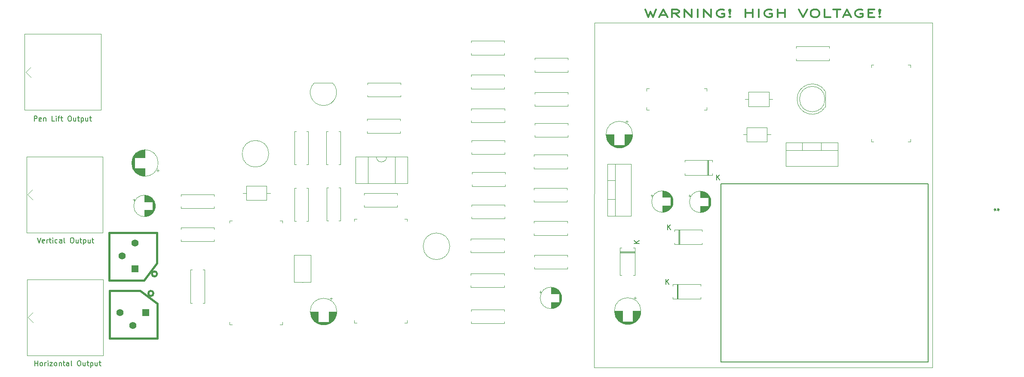
<source format=gto>
%TF.GenerationSoftware,KiCad,Pcbnew,7.0.11-7.0.11~ubuntu22.04.1*%
%TF.CreationDate,2025-04-09T00:06:21+02:00*%
%TF.ProjectId,emulator-pcb,656d756c-6174-46f7-922d-7063622e6b69,v01*%
%TF.SameCoordinates,Original*%
%TF.FileFunction,Legend,Top*%
%TF.FilePolarity,Positive*%
%FSLAX46Y46*%
G04 Gerber Fmt 4.6, Leading zero omitted, Abs format (unit mm)*
G04 Created by KiCad (PCBNEW 7.0.11-7.0.11~ubuntu22.04.1) date 2025-04-09 00:06:21*
%MOMM*%
%LPD*%
G01*
G04 APERTURE LIST*
%ADD10C,0.200000*%
%ADD11C,0.300000*%
%ADD12C,0.100000*%
%ADD13C,0.150000*%
%ADD14C,0.381000*%
%ADD15C,0.152400*%
%ADD16C,0.120000*%
%ADD17C,1.400000*%
%ADD18R,1.400000X1.400000*%
G04 APERTURE END LIST*
D10*
X96469673Y-84417219D02*
X96469673Y-83417219D01*
X96469673Y-83417219D02*
X96850625Y-83417219D01*
X96850625Y-83417219D02*
X96945863Y-83464838D01*
X96945863Y-83464838D02*
X96993482Y-83512457D01*
X96993482Y-83512457D02*
X97041101Y-83607695D01*
X97041101Y-83607695D02*
X97041101Y-83750552D01*
X97041101Y-83750552D02*
X96993482Y-83845790D01*
X96993482Y-83845790D02*
X96945863Y-83893409D01*
X96945863Y-83893409D02*
X96850625Y-83941028D01*
X96850625Y-83941028D02*
X96469673Y-83941028D01*
X97850625Y-84369600D02*
X97755387Y-84417219D01*
X97755387Y-84417219D02*
X97564911Y-84417219D01*
X97564911Y-84417219D02*
X97469673Y-84369600D01*
X97469673Y-84369600D02*
X97422054Y-84274361D01*
X97422054Y-84274361D02*
X97422054Y-83893409D01*
X97422054Y-83893409D02*
X97469673Y-83798171D01*
X97469673Y-83798171D02*
X97564911Y-83750552D01*
X97564911Y-83750552D02*
X97755387Y-83750552D01*
X97755387Y-83750552D02*
X97850625Y-83798171D01*
X97850625Y-83798171D02*
X97898244Y-83893409D01*
X97898244Y-83893409D02*
X97898244Y-83988647D01*
X97898244Y-83988647D02*
X97422054Y-84083885D01*
X98326816Y-83750552D02*
X98326816Y-84417219D01*
X98326816Y-83845790D02*
X98374435Y-83798171D01*
X98374435Y-83798171D02*
X98469673Y-83750552D01*
X98469673Y-83750552D02*
X98612530Y-83750552D01*
X98612530Y-83750552D02*
X98707768Y-83798171D01*
X98707768Y-83798171D02*
X98755387Y-83893409D01*
X98755387Y-83893409D02*
X98755387Y-84417219D01*
X100469673Y-84417219D02*
X99993483Y-84417219D01*
X99993483Y-84417219D02*
X99993483Y-83417219D01*
X100803007Y-84417219D02*
X100803007Y-83750552D01*
X100803007Y-83417219D02*
X100755388Y-83464838D01*
X100755388Y-83464838D02*
X100803007Y-83512457D01*
X100803007Y-83512457D02*
X100850626Y-83464838D01*
X100850626Y-83464838D02*
X100803007Y-83417219D01*
X100803007Y-83417219D02*
X100803007Y-83512457D01*
X101136340Y-83750552D02*
X101517292Y-83750552D01*
X101279197Y-84417219D02*
X101279197Y-83560076D01*
X101279197Y-83560076D02*
X101326816Y-83464838D01*
X101326816Y-83464838D02*
X101422054Y-83417219D01*
X101422054Y-83417219D02*
X101517292Y-83417219D01*
X101707769Y-83750552D02*
X102088721Y-83750552D01*
X101850626Y-83417219D02*
X101850626Y-84274361D01*
X101850626Y-84274361D02*
X101898245Y-84369600D01*
X101898245Y-84369600D02*
X101993483Y-84417219D01*
X101993483Y-84417219D02*
X102088721Y-84417219D01*
X103374436Y-83417219D02*
X103564912Y-83417219D01*
X103564912Y-83417219D02*
X103660150Y-83464838D01*
X103660150Y-83464838D02*
X103755388Y-83560076D01*
X103755388Y-83560076D02*
X103803007Y-83750552D01*
X103803007Y-83750552D02*
X103803007Y-84083885D01*
X103803007Y-84083885D02*
X103755388Y-84274361D01*
X103755388Y-84274361D02*
X103660150Y-84369600D01*
X103660150Y-84369600D02*
X103564912Y-84417219D01*
X103564912Y-84417219D02*
X103374436Y-84417219D01*
X103374436Y-84417219D02*
X103279198Y-84369600D01*
X103279198Y-84369600D02*
X103183960Y-84274361D01*
X103183960Y-84274361D02*
X103136341Y-84083885D01*
X103136341Y-84083885D02*
X103136341Y-83750552D01*
X103136341Y-83750552D02*
X103183960Y-83560076D01*
X103183960Y-83560076D02*
X103279198Y-83464838D01*
X103279198Y-83464838D02*
X103374436Y-83417219D01*
X104660150Y-83750552D02*
X104660150Y-84417219D01*
X104231579Y-83750552D02*
X104231579Y-84274361D01*
X104231579Y-84274361D02*
X104279198Y-84369600D01*
X104279198Y-84369600D02*
X104374436Y-84417219D01*
X104374436Y-84417219D02*
X104517293Y-84417219D01*
X104517293Y-84417219D02*
X104612531Y-84369600D01*
X104612531Y-84369600D02*
X104660150Y-84321980D01*
X104993484Y-83750552D02*
X105374436Y-83750552D01*
X105136341Y-83417219D02*
X105136341Y-84274361D01*
X105136341Y-84274361D02*
X105183960Y-84369600D01*
X105183960Y-84369600D02*
X105279198Y-84417219D01*
X105279198Y-84417219D02*
X105374436Y-84417219D01*
X105707770Y-83750552D02*
X105707770Y-84750552D01*
X105707770Y-83798171D02*
X105803008Y-83750552D01*
X105803008Y-83750552D02*
X105993484Y-83750552D01*
X105993484Y-83750552D02*
X106088722Y-83798171D01*
X106088722Y-83798171D02*
X106136341Y-83845790D01*
X106136341Y-83845790D02*
X106183960Y-83941028D01*
X106183960Y-83941028D02*
X106183960Y-84226742D01*
X106183960Y-84226742D02*
X106136341Y-84321980D01*
X106136341Y-84321980D02*
X106088722Y-84369600D01*
X106088722Y-84369600D02*
X105993484Y-84417219D01*
X105993484Y-84417219D02*
X105803008Y-84417219D01*
X105803008Y-84417219D02*
X105707770Y-84369600D01*
X107041103Y-83750552D02*
X107041103Y-84417219D01*
X106612532Y-83750552D02*
X106612532Y-84274361D01*
X106612532Y-84274361D02*
X106660151Y-84369600D01*
X106660151Y-84369600D02*
X106755389Y-84417219D01*
X106755389Y-84417219D02*
X106898246Y-84417219D01*
X106898246Y-84417219D02*
X106993484Y-84369600D01*
X106993484Y-84369600D02*
X107041103Y-84321980D01*
X107374437Y-83750552D02*
X107755389Y-83750552D01*
X107517294Y-83417219D02*
X107517294Y-84274361D01*
X107517294Y-84274361D02*
X107564913Y-84369600D01*
X107564913Y-84369600D02*
X107660151Y-84417219D01*
X107660151Y-84417219D02*
X107755389Y-84417219D01*
X97076816Y-107417219D02*
X97410149Y-108417219D01*
X97410149Y-108417219D02*
X97743482Y-107417219D01*
X98457768Y-108369600D02*
X98362530Y-108417219D01*
X98362530Y-108417219D02*
X98172054Y-108417219D01*
X98172054Y-108417219D02*
X98076816Y-108369600D01*
X98076816Y-108369600D02*
X98029197Y-108274361D01*
X98029197Y-108274361D02*
X98029197Y-107893409D01*
X98029197Y-107893409D02*
X98076816Y-107798171D01*
X98076816Y-107798171D02*
X98172054Y-107750552D01*
X98172054Y-107750552D02*
X98362530Y-107750552D01*
X98362530Y-107750552D02*
X98457768Y-107798171D01*
X98457768Y-107798171D02*
X98505387Y-107893409D01*
X98505387Y-107893409D02*
X98505387Y-107988647D01*
X98505387Y-107988647D02*
X98029197Y-108083885D01*
X98933959Y-108417219D02*
X98933959Y-107750552D01*
X98933959Y-107941028D02*
X98981578Y-107845790D01*
X98981578Y-107845790D02*
X99029197Y-107798171D01*
X99029197Y-107798171D02*
X99124435Y-107750552D01*
X99124435Y-107750552D02*
X99219673Y-107750552D01*
X99410150Y-107750552D02*
X99791102Y-107750552D01*
X99553007Y-107417219D02*
X99553007Y-108274361D01*
X99553007Y-108274361D02*
X99600626Y-108369600D01*
X99600626Y-108369600D02*
X99695864Y-108417219D01*
X99695864Y-108417219D02*
X99791102Y-108417219D01*
X100124436Y-108417219D02*
X100124436Y-107750552D01*
X100124436Y-107417219D02*
X100076817Y-107464838D01*
X100076817Y-107464838D02*
X100124436Y-107512457D01*
X100124436Y-107512457D02*
X100172055Y-107464838D01*
X100172055Y-107464838D02*
X100124436Y-107417219D01*
X100124436Y-107417219D02*
X100124436Y-107512457D01*
X101029197Y-108369600D02*
X100933959Y-108417219D01*
X100933959Y-108417219D02*
X100743483Y-108417219D01*
X100743483Y-108417219D02*
X100648245Y-108369600D01*
X100648245Y-108369600D02*
X100600626Y-108321980D01*
X100600626Y-108321980D02*
X100553007Y-108226742D01*
X100553007Y-108226742D02*
X100553007Y-107941028D01*
X100553007Y-107941028D02*
X100600626Y-107845790D01*
X100600626Y-107845790D02*
X100648245Y-107798171D01*
X100648245Y-107798171D02*
X100743483Y-107750552D01*
X100743483Y-107750552D02*
X100933959Y-107750552D01*
X100933959Y-107750552D02*
X101029197Y-107798171D01*
X101886340Y-108417219D02*
X101886340Y-107893409D01*
X101886340Y-107893409D02*
X101838721Y-107798171D01*
X101838721Y-107798171D02*
X101743483Y-107750552D01*
X101743483Y-107750552D02*
X101553007Y-107750552D01*
X101553007Y-107750552D02*
X101457769Y-107798171D01*
X101886340Y-108369600D02*
X101791102Y-108417219D01*
X101791102Y-108417219D02*
X101553007Y-108417219D01*
X101553007Y-108417219D02*
X101457769Y-108369600D01*
X101457769Y-108369600D02*
X101410150Y-108274361D01*
X101410150Y-108274361D02*
X101410150Y-108179123D01*
X101410150Y-108179123D02*
X101457769Y-108083885D01*
X101457769Y-108083885D02*
X101553007Y-108036266D01*
X101553007Y-108036266D02*
X101791102Y-108036266D01*
X101791102Y-108036266D02*
X101886340Y-107988647D01*
X102505388Y-108417219D02*
X102410150Y-108369600D01*
X102410150Y-108369600D02*
X102362531Y-108274361D01*
X102362531Y-108274361D02*
X102362531Y-107417219D01*
X103838722Y-107417219D02*
X104029198Y-107417219D01*
X104029198Y-107417219D02*
X104124436Y-107464838D01*
X104124436Y-107464838D02*
X104219674Y-107560076D01*
X104219674Y-107560076D02*
X104267293Y-107750552D01*
X104267293Y-107750552D02*
X104267293Y-108083885D01*
X104267293Y-108083885D02*
X104219674Y-108274361D01*
X104219674Y-108274361D02*
X104124436Y-108369600D01*
X104124436Y-108369600D02*
X104029198Y-108417219D01*
X104029198Y-108417219D02*
X103838722Y-108417219D01*
X103838722Y-108417219D02*
X103743484Y-108369600D01*
X103743484Y-108369600D02*
X103648246Y-108274361D01*
X103648246Y-108274361D02*
X103600627Y-108083885D01*
X103600627Y-108083885D02*
X103600627Y-107750552D01*
X103600627Y-107750552D02*
X103648246Y-107560076D01*
X103648246Y-107560076D02*
X103743484Y-107464838D01*
X103743484Y-107464838D02*
X103838722Y-107417219D01*
X105124436Y-107750552D02*
X105124436Y-108417219D01*
X104695865Y-107750552D02*
X104695865Y-108274361D01*
X104695865Y-108274361D02*
X104743484Y-108369600D01*
X104743484Y-108369600D02*
X104838722Y-108417219D01*
X104838722Y-108417219D02*
X104981579Y-108417219D01*
X104981579Y-108417219D02*
X105076817Y-108369600D01*
X105076817Y-108369600D02*
X105124436Y-108321980D01*
X105457770Y-107750552D02*
X105838722Y-107750552D01*
X105600627Y-107417219D02*
X105600627Y-108274361D01*
X105600627Y-108274361D02*
X105648246Y-108369600D01*
X105648246Y-108369600D02*
X105743484Y-108417219D01*
X105743484Y-108417219D02*
X105838722Y-108417219D01*
X106172056Y-107750552D02*
X106172056Y-108750552D01*
X106172056Y-107798171D02*
X106267294Y-107750552D01*
X106267294Y-107750552D02*
X106457770Y-107750552D01*
X106457770Y-107750552D02*
X106553008Y-107798171D01*
X106553008Y-107798171D02*
X106600627Y-107845790D01*
X106600627Y-107845790D02*
X106648246Y-107941028D01*
X106648246Y-107941028D02*
X106648246Y-108226742D01*
X106648246Y-108226742D02*
X106600627Y-108321980D01*
X106600627Y-108321980D02*
X106553008Y-108369600D01*
X106553008Y-108369600D02*
X106457770Y-108417219D01*
X106457770Y-108417219D02*
X106267294Y-108417219D01*
X106267294Y-108417219D02*
X106172056Y-108369600D01*
X107505389Y-107750552D02*
X107505389Y-108417219D01*
X107076818Y-107750552D02*
X107076818Y-108274361D01*
X107076818Y-108274361D02*
X107124437Y-108369600D01*
X107124437Y-108369600D02*
X107219675Y-108417219D01*
X107219675Y-108417219D02*
X107362532Y-108417219D01*
X107362532Y-108417219D02*
X107457770Y-108369600D01*
X107457770Y-108369600D02*
X107505389Y-108321980D01*
X107838723Y-107750552D02*
X108219675Y-107750552D01*
X107981580Y-107417219D02*
X107981580Y-108274361D01*
X107981580Y-108274361D02*
X108029199Y-108369600D01*
X108029199Y-108369600D02*
X108124437Y-108417219D01*
X108124437Y-108417219D02*
X108219675Y-108417219D01*
X96619673Y-132667219D02*
X96619673Y-131667219D01*
X96619673Y-132143409D02*
X97191101Y-132143409D01*
X97191101Y-132667219D02*
X97191101Y-131667219D01*
X97810149Y-132667219D02*
X97714911Y-132619600D01*
X97714911Y-132619600D02*
X97667292Y-132571980D01*
X97667292Y-132571980D02*
X97619673Y-132476742D01*
X97619673Y-132476742D02*
X97619673Y-132191028D01*
X97619673Y-132191028D02*
X97667292Y-132095790D01*
X97667292Y-132095790D02*
X97714911Y-132048171D01*
X97714911Y-132048171D02*
X97810149Y-132000552D01*
X97810149Y-132000552D02*
X97953006Y-132000552D01*
X97953006Y-132000552D02*
X98048244Y-132048171D01*
X98048244Y-132048171D02*
X98095863Y-132095790D01*
X98095863Y-132095790D02*
X98143482Y-132191028D01*
X98143482Y-132191028D02*
X98143482Y-132476742D01*
X98143482Y-132476742D02*
X98095863Y-132571980D01*
X98095863Y-132571980D02*
X98048244Y-132619600D01*
X98048244Y-132619600D02*
X97953006Y-132667219D01*
X97953006Y-132667219D02*
X97810149Y-132667219D01*
X98572054Y-132667219D02*
X98572054Y-132000552D01*
X98572054Y-132191028D02*
X98619673Y-132095790D01*
X98619673Y-132095790D02*
X98667292Y-132048171D01*
X98667292Y-132048171D02*
X98762530Y-132000552D01*
X98762530Y-132000552D02*
X98857768Y-132000552D01*
X99191102Y-132667219D02*
X99191102Y-132000552D01*
X99191102Y-131667219D02*
X99143483Y-131714838D01*
X99143483Y-131714838D02*
X99191102Y-131762457D01*
X99191102Y-131762457D02*
X99238721Y-131714838D01*
X99238721Y-131714838D02*
X99191102Y-131667219D01*
X99191102Y-131667219D02*
X99191102Y-131762457D01*
X99572054Y-132000552D02*
X100095863Y-132000552D01*
X100095863Y-132000552D02*
X99572054Y-132667219D01*
X99572054Y-132667219D02*
X100095863Y-132667219D01*
X100619673Y-132667219D02*
X100524435Y-132619600D01*
X100524435Y-132619600D02*
X100476816Y-132571980D01*
X100476816Y-132571980D02*
X100429197Y-132476742D01*
X100429197Y-132476742D02*
X100429197Y-132191028D01*
X100429197Y-132191028D02*
X100476816Y-132095790D01*
X100476816Y-132095790D02*
X100524435Y-132048171D01*
X100524435Y-132048171D02*
X100619673Y-132000552D01*
X100619673Y-132000552D02*
X100762530Y-132000552D01*
X100762530Y-132000552D02*
X100857768Y-132048171D01*
X100857768Y-132048171D02*
X100905387Y-132095790D01*
X100905387Y-132095790D02*
X100953006Y-132191028D01*
X100953006Y-132191028D02*
X100953006Y-132476742D01*
X100953006Y-132476742D02*
X100905387Y-132571980D01*
X100905387Y-132571980D02*
X100857768Y-132619600D01*
X100857768Y-132619600D02*
X100762530Y-132667219D01*
X100762530Y-132667219D02*
X100619673Y-132667219D01*
X101381578Y-132000552D02*
X101381578Y-132667219D01*
X101381578Y-132095790D02*
X101429197Y-132048171D01*
X101429197Y-132048171D02*
X101524435Y-132000552D01*
X101524435Y-132000552D02*
X101667292Y-132000552D01*
X101667292Y-132000552D02*
X101762530Y-132048171D01*
X101762530Y-132048171D02*
X101810149Y-132143409D01*
X101810149Y-132143409D02*
X101810149Y-132667219D01*
X102143483Y-132000552D02*
X102524435Y-132000552D01*
X102286340Y-131667219D02*
X102286340Y-132524361D01*
X102286340Y-132524361D02*
X102333959Y-132619600D01*
X102333959Y-132619600D02*
X102429197Y-132667219D01*
X102429197Y-132667219D02*
X102524435Y-132667219D01*
X103286340Y-132667219D02*
X103286340Y-132143409D01*
X103286340Y-132143409D02*
X103238721Y-132048171D01*
X103238721Y-132048171D02*
X103143483Y-132000552D01*
X103143483Y-132000552D02*
X102953007Y-132000552D01*
X102953007Y-132000552D02*
X102857769Y-132048171D01*
X103286340Y-132619600D02*
X103191102Y-132667219D01*
X103191102Y-132667219D02*
X102953007Y-132667219D01*
X102953007Y-132667219D02*
X102857769Y-132619600D01*
X102857769Y-132619600D02*
X102810150Y-132524361D01*
X102810150Y-132524361D02*
X102810150Y-132429123D01*
X102810150Y-132429123D02*
X102857769Y-132333885D01*
X102857769Y-132333885D02*
X102953007Y-132286266D01*
X102953007Y-132286266D02*
X103191102Y-132286266D01*
X103191102Y-132286266D02*
X103286340Y-132238647D01*
X103905388Y-132667219D02*
X103810150Y-132619600D01*
X103810150Y-132619600D02*
X103762531Y-132524361D01*
X103762531Y-132524361D02*
X103762531Y-131667219D01*
X105238722Y-131667219D02*
X105429198Y-131667219D01*
X105429198Y-131667219D02*
X105524436Y-131714838D01*
X105524436Y-131714838D02*
X105619674Y-131810076D01*
X105619674Y-131810076D02*
X105667293Y-132000552D01*
X105667293Y-132000552D02*
X105667293Y-132333885D01*
X105667293Y-132333885D02*
X105619674Y-132524361D01*
X105619674Y-132524361D02*
X105524436Y-132619600D01*
X105524436Y-132619600D02*
X105429198Y-132667219D01*
X105429198Y-132667219D02*
X105238722Y-132667219D01*
X105238722Y-132667219D02*
X105143484Y-132619600D01*
X105143484Y-132619600D02*
X105048246Y-132524361D01*
X105048246Y-132524361D02*
X105000627Y-132333885D01*
X105000627Y-132333885D02*
X105000627Y-132000552D01*
X105000627Y-132000552D02*
X105048246Y-131810076D01*
X105048246Y-131810076D02*
X105143484Y-131714838D01*
X105143484Y-131714838D02*
X105238722Y-131667219D01*
X106524436Y-132000552D02*
X106524436Y-132667219D01*
X106095865Y-132000552D02*
X106095865Y-132524361D01*
X106095865Y-132524361D02*
X106143484Y-132619600D01*
X106143484Y-132619600D02*
X106238722Y-132667219D01*
X106238722Y-132667219D02*
X106381579Y-132667219D01*
X106381579Y-132667219D02*
X106476817Y-132619600D01*
X106476817Y-132619600D02*
X106524436Y-132571980D01*
X106857770Y-132000552D02*
X107238722Y-132000552D01*
X107000627Y-131667219D02*
X107000627Y-132524361D01*
X107000627Y-132524361D02*
X107048246Y-132619600D01*
X107048246Y-132619600D02*
X107143484Y-132667219D01*
X107143484Y-132667219D02*
X107238722Y-132667219D01*
X107572056Y-132000552D02*
X107572056Y-133000552D01*
X107572056Y-132048171D02*
X107667294Y-132000552D01*
X107667294Y-132000552D02*
X107857770Y-132000552D01*
X107857770Y-132000552D02*
X107953008Y-132048171D01*
X107953008Y-132048171D02*
X108000627Y-132095790D01*
X108000627Y-132095790D02*
X108048246Y-132191028D01*
X108048246Y-132191028D02*
X108048246Y-132476742D01*
X108048246Y-132476742D02*
X108000627Y-132571980D01*
X108000627Y-132571980D02*
X107953008Y-132619600D01*
X107953008Y-132619600D02*
X107857770Y-132667219D01*
X107857770Y-132667219D02*
X107667294Y-132667219D01*
X107667294Y-132667219D02*
X107572056Y-132619600D01*
X108905389Y-132000552D02*
X108905389Y-132667219D01*
X108476818Y-132000552D02*
X108476818Y-132524361D01*
X108476818Y-132524361D02*
X108524437Y-132619600D01*
X108524437Y-132619600D02*
X108619675Y-132667219D01*
X108619675Y-132667219D02*
X108762532Y-132667219D01*
X108762532Y-132667219D02*
X108857770Y-132619600D01*
X108857770Y-132619600D02*
X108905389Y-132571980D01*
X109238723Y-132000552D02*
X109619675Y-132000552D01*
X109381580Y-131667219D02*
X109381580Y-132524361D01*
X109381580Y-132524361D02*
X109429199Y-132619600D01*
X109429199Y-132619600D02*
X109524437Y-132667219D01*
X109524437Y-132667219D02*
X109619675Y-132667219D01*
D11*
X216804510Y-62400828D02*
X217399748Y-63900828D01*
X217399748Y-63900828D02*
X217875939Y-62829400D01*
X217875939Y-62829400D02*
X218352129Y-63900828D01*
X218352129Y-63900828D02*
X218947368Y-62400828D01*
X219780701Y-63472257D02*
X220971177Y-63472257D01*
X219542606Y-63900828D02*
X220375939Y-62400828D01*
X220375939Y-62400828D02*
X221209272Y-63900828D01*
X223471177Y-63900828D02*
X222637844Y-63186542D01*
X222042606Y-63900828D02*
X222042606Y-62400828D01*
X222042606Y-62400828D02*
X222994987Y-62400828D01*
X222994987Y-62400828D02*
X223233082Y-62472257D01*
X223233082Y-62472257D02*
X223352129Y-62543685D01*
X223352129Y-62543685D02*
X223471177Y-62686542D01*
X223471177Y-62686542D02*
X223471177Y-62900828D01*
X223471177Y-62900828D02*
X223352129Y-63043685D01*
X223352129Y-63043685D02*
X223233082Y-63115114D01*
X223233082Y-63115114D02*
X222994987Y-63186542D01*
X222994987Y-63186542D02*
X222042606Y-63186542D01*
X224542606Y-63900828D02*
X224542606Y-62400828D01*
X224542606Y-62400828D02*
X225971177Y-63900828D01*
X225971177Y-63900828D02*
X225971177Y-62400828D01*
X227161654Y-63900828D02*
X227161654Y-62400828D01*
X228352130Y-63900828D02*
X228352130Y-62400828D01*
X228352130Y-62400828D02*
X229780701Y-63900828D01*
X229780701Y-63900828D02*
X229780701Y-62400828D01*
X232280701Y-62472257D02*
X232042606Y-62400828D01*
X232042606Y-62400828D02*
X231685463Y-62400828D01*
X231685463Y-62400828D02*
X231328320Y-62472257D01*
X231328320Y-62472257D02*
X231090225Y-62615114D01*
X231090225Y-62615114D02*
X230971178Y-62757971D01*
X230971178Y-62757971D02*
X230852130Y-63043685D01*
X230852130Y-63043685D02*
X230852130Y-63257971D01*
X230852130Y-63257971D02*
X230971178Y-63543685D01*
X230971178Y-63543685D02*
X231090225Y-63686542D01*
X231090225Y-63686542D02*
X231328320Y-63829400D01*
X231328320Y-63829400D02*
X231685463Y-63900828D01*
X231685463Y-63900828D02*
X231923559Y-63900828D01*
X231923559Y-63900828D02*
X232280701Y-63829400D01*
X232280701Y-63829400D02*
X232399749Y-63757971D01*
X232399749Y-63757971D02*
X232399749Y-63257971D01*
X232399749Y-63257971D02*
X231923559Y-63257971D01*
X233471178Y-63757971D02*
X233590225Y-63829400D01*
X233590225Y-63829400D02*
X233471178Y-63900828D01*
X233471178Y-63900828D02*
X233352130Y-63829400D01*
X233352130Y-63829400D02*
X233471178Y-63757971D01*
X233471178Y-63757971D02*
X233471178Y-63900828D01*
X233471178Y-63329400D02*
X233352130Y-62472257D01*
X233352130Y-62472257D02*
X233471178Y-62400828D01*
X233471178Y-62400828D02*
X233590225Y-62472257D01*
X233590225Y-62472257D02*
X233471178Y-63329400D01*
X233471178Y-63329400D02*
X233471178Y-62400828D01*
X236566416Y-63900828D02*
X236566416Y-62400828D01*
X236566416Y-63115114D02*
X237994987Y-63115114D01*
X237994987Y-63900828D02*
X237994987Y-62400828D01*
X239185464Y-63900828D02*
X239185464Y-62400828D01*
X241685463Y-62472257D02*
X241447368Y-62400828D01*
X241447368Y-62400828D02*
X241090225Y-62400828D01*
X241090225Y-62400828D02*
X240733082Y-62472257D01*
X240733082Y-62472257D02*
X240494987Y-62615114D01*
X240494987Y-62615114D02*
X240375940Y-62757971D01*
X240375940Y-62757971D02*
X240256892Y-63043685D01*
X240256892Y-63043685D02*
X240256892Y-63257971D01*
X240256892Y-63257971D02*
X240375940Y-63543685D01*
X240375940Y-63543685D02*
X240494987Y-63686542D01*
X240494987Y-63686542D02*
X240733082Y-63829400D01*
X240733082Y-63829400D02*
X241090225Y-63900828D01*
X241090225Y-63900828D02*
X241328321Y-63900828D01*
X241328321Y-63900828D02*
X241685463Y-63829400D01*
X241685463Y-63829400D02*
X241804511Y-63757971D01*
X241804511Y-63757971D02*
X241804511Y-63257971D01*
X241804511Y-63257971D02*
X241328321Y-63257971D01*
X242875940Y-63900828D02*
X242875940Y-62400828D01*
X242875940Y-63115114D02*
X244304511Y-63115114D01*
X244304511Y-63900828D02*
X244304511Y-62400828D01*
X247042607Y-62400828D02*
X247875940Y-63900828D01*
X247875940Y-63900828D02*
X248709273Y-62400828D01*
X250018797Y-62400828D02*
X250494988Y-62400828D01*
X250494988Y-62400828D02*
X250733083Y-62472257D01*
X250733083Y-62472257D02*
X250971178Y-62615114D01*
X250971178Y-62615114D02*
X251090226Y-62900828D01*
X251090226Y-62900828D02*
X251090226Y-63400828D01*
X251090226Y-63400828D02*
X250971178Y-63686542D01*
X250971178Y-63686542D02*
X250733083Y-63829400D01*
X250733083Y-63829400D02*
X250494988Y-63900828D01*
X250494988Y-63900828D02*
X250018797Y-63900828D01*
X250018797Y-63900828D02*
X249780702Y-63829400D01*
X249780702Y-63829400D02*
X249542607Y-63686542D01*
X249542607Y-63686542D02*
X249423559Y-63400828D01*
X249423559Y-63400828D02*
X249423559Y-62900828D01*
X249423559Y-62900828D02*
X249542607Y-62615114D01*
X249542607Y-62615114D02*
X249780702Y-62472257D01*
X249780702Y-62472257D02*
X250018797Y-62400828D01*
X253352131Y-63900828D02*
X252161655Y-63900828D01*
X252161655Y-63900828D02*
X252161655Y-62400828D01*
X253828322Y-62400828D02*
X255256893Y-62400828D01*
X254542607Y-63900828D02*
X254542607Y-62400828D01*
X255971179Y-63472257D02*
X257161655Y-63472257D01*
X255733084Y-63900828D02*
X256566417Y-62400828D01*
X256566417Y-62400828D02*
X257399750Y-63900828D01*
X259542607Y-62472257D02*
X259304512Y-62400828D01*
X259304512Y-62400828D02*
X258947369Y-62400828D01*
X258947369Y-62400828D02*
X258590226Y-62472257D01*
X258590226Y-62472257D02*
X258352131Y-62615114D01*
X258352131Y-62615114D02*
X258233084Y-62757971D01*
X258233084Y-62757971D02*
X258114036Y-63043685D01*
X258114036Y-63043685D02*
X258114036Y-63257971D01*
X258114036Y-63257971D02*
X258233084Y-63543685D01*
X258233084Y-63543685D02*
X258352131Y-63686542D01*
X258352131Y-63686542D02*
X258590226Y-63829400D01*
X258590226Y-63829400D02*
X258947369Y-63900828D01*
X258947369Y-63900828D02*
X259185465Y-63900828D01*
X259185465Y-63900828D02*
X259542607Y-63829400D01*
X259542607Y-63829400D02*
X259661655Y-63757971D01*
X259661655Y-63757971D02*
X259661655Y-63257971D01*
X259661655Y-63257971D02*
X259185465Y-63257971D01*
X260733084Y-63115114D02*
X261566417Y-63115114D01*
X261923560Y-63900828D02*
X260733084Y-63900828D01*
X260733084Y-63900828D02*
X260733084Y-62400828D01*
X260733084Y-62400828D02*
X261923560Y-62400828D01*
X262994989Y-63757971D02*
X263114036Y-63829400D01*
X263114036Y-63829400D02*
X262994989Y-63900828D01*
X262994989Y-63900828D02*
X262875941Y-63829400D01*
X262875941Y-63829400D02*
X262994989Y-63757971D01*
X262994989Y-63757971D02*
X262994989Y-63900828D01*
X262994989Y-63329400D02*
X262875941Y-62472257D01*
X262875941Y-62472257D02*
X262994989Y-62400828D01*
X262994989Y-62400828D02*
X263114036Y-62472257D01*
X263114036Y-62472257D02*
X262994989Y-63329400D01*
X262994989Y-63329400D02*
X262994989Y-62400828D01*
D12*
X273400000Y-65000000D02*
X206800000Y-65000000D01*
X273400000Y-133000000D02*
X273400000Y-65000000D01*
X206775000Y-133000000D02*
X273400000Y-133000000D01*
X206800000Y-65000000D02*
X206775000Y-133000000D01*
D13*
X285488151Y-101849999D02*
X285726246Y-101849999D01*
X285631008Y-102088094D02*
X285726246Y-101849999D01*
X285726246Y-101849999D02*
X285631008Y-101611904D01*
X285916722Y-101992856D02*
X285726246Y-101849999D01*
X285726246Y-101849999D02*
X285916722Y-101707142D01*
X286578512Y-101850000D02*
X286340417Y-101850000D01*
X286435655Y-101611905D02*
X286340417Y-101850000D01*
X286340417Y-101850000D02*
X286435655Y-102088095D01*
X286149941Y-101707143D02*
X286340417Y-101850000D01*
X286340417Y-101850000D02*
X286149941Y-101992857D01*
X221218095Y-105829819D02*
X221218095Y-104829819D01*
X221789523Y-105829819D02*
X221360952Y-105258390D01*
X221789523Y-104829819D02*
X221218095Y-105401247D01*
X215654819Y-108526904D02*
X214654819Y-108526904D01*
X215654819Y-107955476D02*
X215083390Y-108384047D01*
X214654819Y-107955476D02*
X215226247Y-108526904D01*
X230888095Y-95979819D02*
X230888095Y-94979819D01*
X231459523Y-95979819D02*
X231030952Y-95408390D01*
X231459523Y-94979819D02*
X230888095Y-95551247D01*
X220918095Y-116579819D02*
X220918095Y-115579819D01*
X221489523Y-116579819D02*
X221060952Y-116008390D01*
X221489523Y-115579819D02*
X220918095Y-116151247D01*
D14*
%TO.C,RV1*%
X120660000Y-114546000D02*
G75*
G03*
X119660000Y-114546000I-500000J0D01*
G01*
X119660000Y-114546000D02*
G75*
G03*
X120660000Y-114546000I500000J0D01*
G01*
X111270000Y-106418000D02*
X120668000Y-106418000D01*
X120668000Y-112474000D02*
X120668000Y-106418000D01*
X118128000Y-115816000D02*
X120668000Y-112474000D01*
X118128000Y-115816000D02*
X111270000Y-115816000D01*
X111270000Y-115816000D02*
X111270000Y-106418000D01*
%TO.C,RV2*%
X120716000Y-127280000D02*
X111318000Y-127280000D01*
X120716000Y-120422000D02*
X120716000Y-127280000D01*
X120716000Y-120422000D02*
X117374000Y-117882000D01*
X117374000Y-117882000D02*
X111318000Y-117882000D01*
X111318000Y-127280000D02*
X111318000Y-117882000D01*
X119946000Y-118390000D02*
G75*
G03*
X118946000Y-118390000I-500000J0D01*
G01*
X118946000Y-118390000D02*
G75*
G03*
X119946000Y-118390000I500000J0D01*
G01*
D15*
%TO.C,XMER1*%
X231683800Y-96773201D02*
X231683800Y-131926801D01*
X231683800Y-131926801D02*
X272527000Y-131926801D01*
X272527000Y-131926801D02*
X272527000Y-96773201D01*
X272527000Y-96773201D02*
X231683800Y-96773201D01*
D12*
%TO.C,P2*%
X269050000Y-73300000D02*
X269050000Y-73800000D01*
X269050000Y-73300000D02*
X268550000Y-73300000D01*
X269050000Y-88500000D02*
X268550000Y-88500000D01*
X269050000Y-88500000D02*
X269050000Y-88000000D01*
X261350000Y-88500000D02*
X261350000Y-88000000D01*
X261350000Y-88500000D02*
X261800000Y-88500000D01*
X261350000Y-73300000D02*
X261800000Y-73300000D01*
X261350000Y-73300000D02*
X261350000Y-73800000D01*
D16*
%TO.C,R23*%
X182470000Y-107605000D02*
X182470000Y-107935000D01*
X182470000Y-110345000D02*
X182470000Y-110015000D01*
X189010000Y-107605000D02*
X182470000Y-107605000D01*
X189010000Y-107935000D02*
X189010000Y-107605000D01*
X189010000Y-110015000D02*
X189010000Y-110345000D01*
X189010000Y-110345000D02*
X182470000Y-110345000D01*
D12*
%TO.C,U1*%
X159520000Y-124225000D02*
X159520000Y-123725000D01*
X159520000Y-124225000D02*
X160020000Y-124225000D01*
X159540000Y-103675000D02*
X159540000Y-104175000D01*
X159540000Y-103675000D02*
X160040000Y-103675000D01*
X169900000Y-103675000D02*
X169400000Y-103675000D01*
X169900000Y-103675000D02*
X169900000Y-104175000D01*
X169920000Y-124225000D02*
X169420000Y-124225000D01*
X169920000Y-124225000D02*
X169920000Y-123725000D01*
D16*
%TO.C,R20*%
X201460000Y-93795000D02*
X194920000Y-93795000D01*
X201460000Y-93465000D02*
X201460000Y-93795000D01*
X201460000Y-91385000D02*
X201460000Y-91055000D01*
X201460000Y-91055000D02*
X194920000Y-91055000D01*
X194920000Y-93795000D02*
X194920000Y-93465000D01*
X194920000Y-91055000D02*
X194920000Y-91385000D01*
%TO.C,C7*%
X137540000Y-98600000D02*
X138230000Y-98600000D01*
X138230000Y-97180000D02*
X138230000Y-100020000D01*
X138230000Y-100020000D02*
X142270000Y-100020000D01*
X142270000Y-97180000D02*
X138230000Y-97180000D01*
X142270000Y-100020000D02*
X142270000Y-97180000D01*
X142960000Y-98600000D02*
X142270000Y-98600000D01*
%TO.C,R2*%
X161430000Y-98605000D02*
X161430000Y-98935000D01*
X161430000Y-101345000D02*
X161430000Y-101015000D01*
X167970000Y-98605000D02*
X161430000Y-98605000D01*
X167970000Y-98935000D02*
X167970000Y-98605000D01*
X167970000Y-101015000D02*
X167970000Y-101345000D01*
X167970000Y-101345000D02*
X161430000Y-101345000D01*
%TO.C,R28*%
X182570000Y-81955000D02*
X182570000Y-82285000D01*
X182570000Y-84695000D02*
X182570000Y-84365000D01*
X189110000Y-81955000D02*
X182570000Y-81955000D01*
X189110000Y-82285000D02*
X189110000Y-81955000D01*
X189110000Y-84365000D02*
X189110000Y-84695000D01*
X189110000Y-84695000D02*
X182570000Y-84695000D01*
%TO.C,C4*%
X195980199Y-118080000D02*
X196380199Y-118080000D01*
X196180199Y-117880000D02*
X196180199Y-118280000D01*
X198250000Y-117195000D02*
X198250000Y-118435000D01*
X198250000Y-120115000D02*
X198250000Y-121355000D01*
X198290000Y-117195000D02*
X198290000Y-118435000D01*
X198290000Y-120115000D02*
X198290000Y-121355000D01*
X198330000Y-117196000D02*
X198330000Y-118435000D01*
X198330000Y-120115000D02*
X198330000Y-121354000D01*
X198370000Y-117198000D02*
X198370000Y-118435000D01*
X198370000Y-120115000D02*
X198370000Y-121352000D01*
X198410000Y-117201000D02*
X198410000Y-118435000D01*
X198410000Y-120115000D02*
X198410000Y-121349000D01*
X198450000Y-117204000D02*
X198450000Y-118435000D01*
X198450000Y-120115000D02*
X198450000Y-121346000D01*
X198490000Y-117208000D02*
X198490000Y-118435000D01*
X198490000Y-120115000D02*
X198490000Y-121342000D01*
X198530000Y-117213000D02*
X198530000Y-118435000D01*
X198530000Y-120115000D02*
X198530000Y-121337000D01*
X198570000Y-117219000D02*
X198570000Y-118435000D01*
X198570000Y-120115000D02*
X198570000Y-121331000D01*
X198610000Y-117225000D02*
X198610000Y-118435000D01*
X198610000Y-120115000D02*
X198610000Y-121325000D01*
X198650000Y-117233000D02*
X198650000Y-118435000D01*
X198650000Y-120115000D02*
X198650000Y-121317000D01*
X198690000Y-117241000D02*
X198690000Y-118435000D01*
X198690000Y-120115000D02*
X198690000Y-121309000D01*
X198730000Y-117250000D02*
X198730000Y-118435000D01*
X198730000Y-120115000D02*
X198730000Y-121300000D01*
X198770000Y-117259000D02*
X198770000Y-118435000D01*
X198770000Y-120115000D02*
X198770000Y-121291000D01*
X198810000Y-117270000D02*
X198810000Y-118435000D01*
X198810000Y-120115000D02*
X198810000Y-121280000D01*
X198850000Y-117281000D02*
X198850000Y-118435000D01*
X198850000Y-120115000D02*
X198850000Y-121269000D01*
X198890000Y-117293000D02*
X198890000Y-118435000D01*
X198890000Y-120115000D02*
X198890000Y-121257000D01*
X198930000Y-117307000D02*
X198930000Y-118435000D01*
X198930000Y-120115000D02*
X198930000Y-121243000D01*
X198971000Y-117321000D02*
X198971000Y-118435000D01*
X198971000Y-120115000D02*
X198971000Y-121229000D01*
X199011000Y-117335000D02*
X199011000Y-118435000D01*
X199011000Y-120115000D02*
X199011000Y-121215000D01*
X199051000Y-117351000D02*
X199051000Y-118435000D01*
X199051000Y-120115000D02*
X199051000Y-121199000D01*
X199091000Y-117368000D02*
X199091000Y-118435000D01*
X199091000Y-120115000D02*
X199091000Y-121182000D01*
X199131000Y-117386000D02*
X199131000Y-118435000D01*
X199131000Y-120115000D02*
X199131000Y-121164000D01*
X199171000Y-117405000D02*
X199171000Y-118435000D01*
X199171000Y-120115000D02*
X199171000Y-121145000D01*
X199211000Y-117424000D02*
X199211000Y-118435000D01*
X199211000Y-120115000D02*
X199211000Y-121126000D01*
X199251000Y-117445000D02*
X199251000Y-118435000D01*
X199251000Y-120115000D02*
X199251000Y-121105000D01*
X199291000Y-117467000D02*
X199291000Y-118435000D01*
X199291000Y-120115000D02*
X199291000Y-121083000D01*
X199331000Y-117490000D02*
X199331000Y-118435000D01*
X199331000Y-120115000D02*
X199331000Y-121060000D01*
X199371000Y-117515000D02*
X199371000Y-118435000D01*
X199371000Y-120115000D02*
X199371000Y-121035000D01*
X199411000Y-117540000D02*
X199411000Y-118435000D01*
X199411000Y-120115000D02*
X199411000Y-121010000D01*
X199451000Y-117567000D02*
X199451000Y-118435000D01*
X199451000Y-120115000D02*
X199451000Y-120983000D01*
X199491000Y-117595000D02*
X199491000Y-118435000D01*
X199491000Y-120115000D02*
X199491000Y-120955000D01*
X199531000Y-117625000D02*
X199531000Y-118435000D01*
X199531000Y-120115000D02*
X199531000Y-120925000D01*
X199571000Y-117656000D02*
X199571000Y-118435000D01*
X199571000Y-120115000D02*
X199571000Y-120894000D01*
X199611000Y-117688000D02*
X199611000Y-118435000D01*
X199611000Y-120115000D02*
X199611000Y-120862000D01*
X199651000Y-117723000D02*
X199651000Y-118435000D01*
X199651000Y-120115000D02*
X199651000Y-120827000D01*
X199691000Y-117759000D02*
X199691000Y-118435000D01*
X199691000Y-120115000D02*
X199691000Y-120791000D01*
X199731000Y-117797000D02*
X199731000Y-118435000D01*
X199731000Y-120115000D02*
X199731000Y-120753000D01*
X199771000Y-117837000D02*
X199771000Y-118435000D01*
X199771000Y-120115000D02*
X199771000Y-120713000D01*
X199811000Y-117879000D02*
X199811000Y-118435000D01*
X199811000Y-120115000D02*
X199811000Y-120671000D01*
X199851000Y-117924000D02*
X199851000Y-120626000D01*
X199891000Y-117971000D02*
X199891000Y-120579000D01*
X199931000Y-118021000D02*
X199931000Y-120529000D01*
X199971000Y-118075000D02*
X199971000Y-120475000D01*
X200011000Y-118133000D02*
X200011000Y-120417000D01*
X200051000Y-118195000D02*
X200051000Y-120355000D01*
X200091000Y-118262000D02*
X200091000Y-120288000D01*
X200131000Y-118335000D02*
X200131000Y-120215000D01*
X200171000Y-118416000D02*
X200171000Y-120134000D01*
X200211000Y-118507000D02*
X200211000Y-120043000D01*
X200251000Y-118611000D02*
X200251000Y-119939000D01*
X200291000Y-118738000D02*
X200291000Y-119812000D01*
X200331000Y-118905000D02*
X200331000Y-119645000D01*
X200370000Y-119275000D02*
G75*
G03*
X196130000Y-119275000I-2120000J0D01*
G01*
X196130000Y-119275000D02*
G75*
G03*
X200370000Y-119275000I2120000J0D01*
G01*
%TO.C,C2*%
X120317401Y-101130000D02*
G75*
G03*
X116077401Y-101130000I-2120000J0D01*
G01*
X116077401Y-101130000D02*
G75*
G03*
X120317401Y-101130000I2120000J0D01*
G01*
X120278401Y-100760000D02*
X120278401Y-101500000D01*
X120238401Y-100593000D02*
X120238401Y-101667000D01*
X120198401Y-100466000D02*
X120198401Y-101794000D01*
X120158401Y-100362000D02*
X120158401Y-101898000D01*
X120118401Y-100271000D02*
X120118401Y-101989000D01*
X120078401Y-100190000D02*
X120078401Y-102070000D01*
X120038401Y-100117000D02*
X120038401Y-102143000D01*
X119998401Y-100050000D02*
X119998401Y-102210000D01*
X119958401Y-99988000D02*
X119958401Y-102272000D01*
X119918401Y-99930000D02*
X119918401Y-102330000D01*
X119878401Y-99876000D02*
X119878401Y-102384000D01*
X119838401Y-99826000D02*
X119838401Y-102434000D01*
X119798401Y-99779000D02*
X119798401Y-102481000D01*
X119758401Y-101970000D02*
X119758401Y-102526000D01*
X119758401Y-99734000D02*
X119758401Y-100290000D01*
X119718401Y-101970000D02*
X119718401Y-102568000D01*
X119718401Y-99692000D02*
X119718401Y-100290000D01*
X119678401Y-101970000D02*
X119678401Y-102608000D01*
X119678401Y-99652000D02*
X119678401Y-100290000D01*
X119638401Y-101970000D02*
X119638401Y-102646000D01*
X119638401Y-99614000D02*
X119638401Y-100290000D01*
X119598401Y-101970000D02*
X119598401Y-102682000D01*
X119598401Y-99578000D02*
X119598401Y-100290000D01*
X119558401Y-101970000D02*
X119558401Y-102717000D01*
X119558401Y-99543000D02*
X119558401Y-100290000D01*
X119518401Y-101970000D02*
X119518401Y-102749000D01*
X119518401Y-99511000D02*
X119518401Y-100290000D01*
X119478401Y-101970000D02*
X119478401Y-102780000D01*
X119478401Y-99480000D02*
X119478401Y-100290000D01*
X119438401Y-101970000D02*
X119438401Y-102810000D01*
X119438401Y-99450000D02*
X119438401Y-100290000D01*
X119398401Y-101970000D02*
X119398401Y-102838000D01*
X119398401Y-99422000D02*
X119398401Y-100290000D01*
X119358401Y-101970000D02*
X119358401Y-102865000D01*
X119358401Y-99395000D02*
X119358401Y-100290000D01*
X119318401Y-101970000D02*
X119318401Y-102890000D01*
X119318401Y-99370000D02*
X119318401Y-100290000D01*
X119278401Y-101970000D02*
X119278401Y-102915000D01*
X119278401Y-99345000D02*
X119278401Y-100290000D01*
X119238401Y-101970000D02*
X119238401Y-102938000D01*
X119238401Y-99322000D02*
X119238401Y-100290000D01*
X119198401Y-101970000D02*
X119198401Y-102960000D01*
X119198401Y-99300000D02*
X119198401Y-100290000D01*
X119158401Y-101970000D02*
X119158401Y-102981000D01*
X119158401Y-99279000D02*
X119158401Y-100290000D01*
X119118401Y-101970000D02*
X119118401Y-103000000D01*
X119118401Y-99260000D02*
X119118401Y-100290000D01*
X119078401Y-101970000D02*
X119078401Y-103019000D01*
X119078401Y-99241000D02*
X119078401Y-100290000D01*
X119038401Y-101970000D02*
X119038401Y-103037000D01*
X119038401Y-99223000D02*
X119038401Y-100290000D01*
X118998401Y-101970000D02*
X118998401Y-103054000D01*
X118998401Y-99206000D02*
X118998401Y-100290000D01*
X118958401Y-101970000D02*
X118958401Y-103070000D01*
X118958401Y-99190000D02*
X118958401Y-100290000D01*
X118918401Y-101970000D02*
X118918401Y-103084000D01*
X118918401Y-99176000D02*
X118918401Y-100290000D01*
X118877401Y-101970000D02*
X118877401Y-103098000D01*
X118877401Y-99162000D02*
X118877401Y-100290000D01*
X118837401Y-101970000D02*
X118837401Y-103112000D01*
X118837401Y-99148000D02*
X118837401Y-100290000D01*
X118797401Y-101970000D02*
X118797401Y-103124000D01*
X118797401Y-99136000D02*
X118797401Y-100290000D01*
X118757401Y-101970000D02*
X118757401Y-103135000D01*
X118757401Y-99125000D02*
X118757401Y-100290000D01*
X118717401Y-101970000D02*
X118717401Y-103146000D01*
X118717401Y-99114000D02*
X118717401Y-100290000D01*
X118677401Y-101970000D02*
X118677401Y-103155000D01*
X118677401Y-99105000D02*
X118677401Y-100290000D01*
X118637401Y-101970000D02*
X118637401Y-103164000D01*
X118637401Y-99096000D02*
X118637401Y-100290000D01*
X118597401Y-101970000D02*
X118597401Y-103172000D01*
X118597401Y-99088000D02*
X118597401Y-100290000D01*
X118557401Y-101970000D02*
X118557401Y-103180000D01*
X118557401Y-99080000D02*
X118557401Y-100290000D01*
X118517401Y-101970000D02*
X118517401Y-103186000D01*
X118517401Y-99074000D02*
X118517401Y-100290000D01*
X118477401Y-101970000D02*
X118477401Y-103192000D01*
X118477401Y-99068000D02*
X118477401Y-100290000D01*
X118437401Y-101970000D02*
X118437401Y-103197000D01*
X118437401Y-99063000D02*
X118437401Y-100290000D01*
X118397401Y-101970000D02*
X118397401Y-103201000D01*
X118397401Y-99059000D02*
X118397401Y-100290000D01*
X118357401Y-101970000D02*
X118357401Y-103204000D01*
X118357401Y-99056000D02*
X118357401Y-100290000D01*
X118317401Y-101970000D02*
X118317401Y-103207000D01*
X118317401Y-99053000D02*
X118317401Y-100290000D01*
X118277401Y-101970000D02*
X118277401Y-103209000D01*
X118277401Y-99051000D02*
X118277401Y-100290000D01*
X118237401Y-101970000D02*
X118237401Y-103210000D01*
X118237401Y-99050000D02*
X118237401Y-100290000D01*
X118197401Y-101970000D02*
X118197401Y-103210000D01*
X118197401Y-99050000D02*
X118197401Y-100290000D01*
X116127600Y-99735000D02*
X116127600Y-100135000D01*
X115927600Y-99935000D02*
X116327600Y-99935000D01*
%TO.C,C13*%
X236090000Y-87075000D02*
X236780000Y-87075000D01*
X236780000Y-85655000D02*
X236780000Y-88495000D01*
X236780000Y-88495000D02*
X240820000Y-88495000D01*
X240820000Y-85655000D02*
X236780000Y-85655000D01*
X240820000Y-88495000D02*
X240820000Y-85655000D01*
X241510000Y-87075000D02*
X240820000Y-87075000D01*
%TO.C,R17*%
X194930000Y-104155000D02*
X201470000Y-104155000D01*
X194930000Y-104485000D02*
X194930000Y-104155000D01*
X194930000Y-106565000D02*
X194930000Y-106895000D01*
X194930000Y-106895000D02*
X201470000Y-106895000D01*
X201470000Y-104155000D02*
X201470000Y-104485000D01*
X201470000Y-106895000D02*
X201470000Y-106565000D01*
%TO.C,C5*%
X149300000Y-110790000D02*
X149300000Y-110830000D01*
X150970000Y-110830000D02*
X147630000Y-110830000D01*
X147630000Y-110830000D02*
X147630000Y-116170000D01*
X150970000Y-116170000D02*
X150970000Y-110830000D01*
X147630000Y-116170000D02*
X150970000Y-116170000D01*
X149300000Y-116210000D02*
X149300000Y-116170000D01*
%TO.C,J3*%
X109600000Y-67250000D02*
X109600000Y-82250000D01*
X94600000Y-67250000D02*
X109600000Y-67250000D01*
X94800000Y-74750000D02*
X95800000Y-73750000D01*
X94800000Y-74750000D02*
X95800000Y-75750000D01*
X109600000Y-82250000D02*
X94600000Y-82250000D01*
X94600000Y-82250000D02*
X94600000Y-67250000D01*
%TO.C,R16*%
X147730000Y-104145000D02*
X148060000Y-104145000D01*
X150470000Y-104145000D02*
X150140000Y-104145000D01*
X147730000Y-97605000D02*
X147730000Y-104145000D01*
X148060000Y-97605000D02*
X147730000Y-97605000D01*
X150140000Y-97605000D02*
X150470000Y-97605000D01*
X150470000Y-97605000D02*
X150470000Y-104145000D01*
%TO.C,R7*%
X189030000Y-124295000D02*
X189030000Y-123965000D01*
X189030000Y-121555000D02*
X189030000Y-121885000D01*
X182490000Y-124295000D02*
X189030000Y-124295000D01*
X182490000Y-123965000D02*
X182490000Y-124295000D01*
X182490000Y-121885000D02*
X182490000Y-121555000D01*
X182490000Y-121555000D02*
X189030000Y-121555000D01*
%TO.C,C12*%
X225380199Y-99130000D02*
X225780199Y-99130000D01*
X225580199Y-98930000D02*
X225580199Y-99330000D01*
X227650000Y-98245000D02*
X227650000Y-99485000D01*
X227650000Y-101165000D02*
X227650000Y-102405000D01*
X227690000Y-98245000D02*
X227690000Y-99485000D01*
X227690000Y-101165000D02*
X227690000Y-102405000D01*
X227730000Y-98246000D02*
X227730000Y-99485000D01*
X227730000Y-101165000D02*
X227730000Y-102404000D01*
X227770000Y-98248000D02*
X227770000Y-99485000D01*
X227770000Y-101165000D02*
X227770000Y-102402000D01*
X227810000Y-98251000D02*
X227810000Y-99485000D01*
X227810000Y-101165000D02*
X227810000Y-102399000D01*
X227850000Y-98254000D02*
X227850000Y-99485000D01*
X227850000Y-101165000D02*
X227850000Y-102396000D01*
X227890000Y-98258000D02*
X227890000Y-99485000D01*
X227890000Y-101165000D02*
X227890000Y-102392000D01*
X227930000Y-98263000D02*
X227930000Y-99485000D01*
X227930000Y-101165000D02*
X227930000Y-102387000D01*
X227970000Y-98269000D02*
X227970000Y-99485000D01*
X227970000Y-101165000D02*
X227970000Y-102381000D01*
X228010000Y-98275000D02*
X228010000Y-99485000D01*
X228010000Y-101165000D02*
X228010000Y-102375000D01*
X228050000Y-98283000D02*
X228050000Y-99485000D01*
X228050000Y-101165000D02*
X228050000Y-102367000D01*
X228090000Y-98291000D02*
X228090000Y-99485000D01*
X228090000Y-101165000D02*
X228090000Y-102359000D01*
X228130000Y-98300000D02*
X228130000Y-99485000D01*
X228130000Y-101165000D02*
X228130000Y-102350000D01*
X228170000Y-98309000D02*
X228170000Y-99485000D01*
X228170000Y-101165000D02*
X228170000Y-102341000D01*
X228210000Y-98320000D02*
X228210000Y-99485000D01*
X228210000Y-101165000D02*
X228210000Y-102330000D01*
X228250000Y-98331000D02*
X228250000Y-99485000D01*
X228250000Y-101165000D02*
X228250000Y-102319000D01*
X228290000Y-98343000D02*
X228290000Y-99485000D01*
X228290000Y-101165000D02*
X228290000Y-102307000D01*
X228330000Y-98357000D02*
X228330000Y-99485000D01*
X228330000Y-101165000D02*
X228330000Y-102293000D01*
X228371000Y-98371000D02*
X228371000Y-99485000D01*
X228371000Y-101165000D02*
X228371000Y-102279000D01*
X228411000Y-98385000D02*
X228411000Y-99485000D01*
X228411000Y-101165000D02*
X228411000Y-102265000D01*
X228451000Y-98401000D02*
X228451000Y-99485000D01*
X228451000Y-101165000D02*
X228451000Y-102249000D01*
X228491000Y-98418000D02*
X228491000Y-99485000D01*
X228491000Y-101165000D02*
X228491000Y-102232000D01*
X228531000Y-98436000D02*
X228531000Y-99485000D01*
X228531000Y-101165000D02*
X228531000Y-102214000D01*
X228571000Y-98455000D02*
X228571000Y-99485000D01*
X228571000Y-101165000D02*
X228571000Y-102195000D01*
X228611000Y-98474000D02*
X228611000Y-99485000D01*
X228611000Y-101165000D02*
X228611000Y-102176000D01*
X228651000Y-98495000D02*
X228651000Y-99485000D01*
X228651000Y-101165000D02*
X228651000Y-102155000D01*
X228691000Y-98517000D02*
X228691000Y-99485000D01*
X228691000Y-101165000D02*
X228691000Y-102133000D01*
X228731000Y-98540000D02*
X228731000Y-99485000D01*
X228731000Y-101165000D02*
X228731000Y-102110000D01*
X228771000Y-98565000D02*
X228771000Y-99485000D01*
X228771000Y-101165000D02*
X228771000Y-102085000D01*
X228811000Y-98590000D02*
X228811000Y-99485000D01*
X228811000Y-101165000D02*
X228811000Y-102060000D01*
X228851000Y-98617000D02*
X228851000Y-99485000D01*
X228851000Y-101165000D02*
X228851000Y-102033000D01*
X228891000Y-98645000D02*
X228891000Y-99485000D01*
X228891000Y-101165000D02*
X228891000Y-102005000D01*
X228931000Y-98675000D02*
X228931000Y-99485000D01*
X228931000Y-101165000D02*
X228931000Y-101975000D01*
X228971000Y-98706000D02*
X228971000Y-99485000D01*
X228971000Y-101165000D02*
X228971000Y-101944000D01*
X229011000Y-98738000D02*
X229011000Y-99485000D01*
X229011000Y-101165000D02*
X229011000Y-101912000D01*
X229051000Y-98773000D02*
X229051000Y-99485000D01*
X229051000Y-101165000D02*
X229051000Y-101877000D01*
X229091000Y-98809000D02*
X229091000Y-99485000D01*
X229091000Y-101165000D02*
X229091000Y-101841000D01*
X229131000Y-98847000D02*
X229131000Y-99485000D01*
X229131000Y-101165000D02*
X229131000Y-101803000D01*
X229171000Y-98887000D02*
X229171000Y-99485000D01*
X229171000Y-101165000D02*
X229171000Y-101763000D01*
X229211000Y-98929000D02*
X229211000Y-99485000D01*
X229211000Y-101165000D02*
X229211000Y-101721000D01*
X229251000Y-98974000D02*
X229251000Y-101676000D01*
X229291000Y-99021000D02*
X229291000Y-101629000D01*
X229331000Y-99071000D02*
X229331000Y-101579000D01*
X229371000Y-99125000D02*
X229371000Y-101525000D01*
X229411000Y-99183000D02*
X229411000Y-101467000D01*
X229451000Y-99245000D02*
X229451000Y-101405000D01*
X229491000Y-99312000D02*
X229491000Y-101338000D01*
X229531000Y-99385000D02*
X229531000Y-101265000D01*
X229571000Y-99466000D02*
X229571000Y-101184000D01*
X229611000Y-99557000D02*
X229611000Y-101093000D01*
X229651000Y-99661000D02*
X229651000Y-100989000D01*
X229691000Y-99788000D02*
X229691000Y-100862000D01*
X229731000Y-99955000D02*
X229731000Y-100695000D01*
X229770000Y-100325000D02*
G75*
G03*
X225530000Y-100325000I-2120000J0D01*
G01*
X225530000Y-100325000D02*
G75*
G03*
X229770000Y-100325000I2120000J0D01*
G01*
%TO.C,R11*%
X156770000Y-86405000D02*
X156440000Y-86405000D01*
X154030000Y-86405000D02*
X154360000Y-86405000D01*
X156770000Y-92945000D02*
X156770000Y-86405000D01*
X156440000Y-92945000D02*
X156770000Y-92945000D01*
X154360000Y-92945000D02*
X154030000Y-92945000D01*
X154030000Y-92945000D02*
X154030000Y-86405000D01*
%TO.C,R5*%
X182520000Y-75305000D02*
X182520000Y-75635000D01*
X182520000Y-78045000D02*
X182520000Y-77715000D01*
X189060000Y-75305000D02*
X182520000Y-75305000D01*
X189060000Y-75635000D02*
X189060000Y-75305000D01*
X189060000Y-77715000D02*
X189060000Y-78045000D01*
X189060000Y-78045000D02*
X182520000Y-78045000D01*
%TO.C,J1*%
X95070000Y-130630000D02*
X95070000Y-115630000D01*
X110070000Y-130630000D02*
X95070000Y-130630000D01*
X95270000Y-123130000D02*
X96270000Y-124130000D01*
X95270000Y-123130000D02*
X96270000Y-122130000D01*
X95070000Y-115630000D02*
X110070000Y-115630000D01*
X110070000Y-115630000D02*
X110070000Y-130630000D01*
%TO.C,D2*%
X222570000Y-105805000D02*
X228010000Y-105805000D01*
X222570000Y-106135000D02*
X222570000Y-105805000D01*
X222570000Y-108415000D02*
X222570000Y-108745000D01*
X222570000Y-108745000D02*
X228010000Y-108745000D01*
X223350000Y-105805000D02*
X223350000Y-108745000D01*
X223470000Y-105805000D02*
X223470000Y-108745000D01*
X223590000Y-105805000D02*
X223590000Y-108745000D01*
X228010000Y-105805000D02*
X228010000Y-106135000D01*
X228010000Y-108745000D02*
X228010000Y-108415000D01*
%TO.C,R24*%
X195070000Y-78705000D02*
X195070000Y-79035000D01*
X195070000Y-81445000D02*
X195070000Y-81115000D01*
X201610000Y-78705000D02*
X195070000Y-78705000D01*
X201610000Y-79035000D02*
X201610000Y-78705000D01*
X201610000Y-81115000D02*
X201610000Y-81445000D01*
X201610000Y-81445000D02*
X195070000Y-81445000D01*
%TO.C,R19*%
X194970000Y-110805000D02*
X201510000Y-110805000D01*
X194970000Y-111135000D02*
X194970000Y-110805000D01*
X194970000Y-113215000D02*
X194970000Y-113545000D01*
X194970000Y-113545000D02*
X201510000Y-113545000D01*
X201510000Y-110805000D02*
X201510000Y-111135000D01*
X201510000Y-113545000D02*
X201510000Y-113215000D01*
%TO.C,C11*%
X217930199Y-99080000D02*
X218330199Y-99080000D01*
X218130199Y-98880000D02*
X218130199Y-99280000D01*
X220200000Y-98195000D02*
X220200000Y-99435000D01*
X220200000Y-101115000D02*
X220200000Y-102355000D01*
X220240000Y-98195000D02*
X220240000Y-99435000D01*
X220240000Y-101115000D02*
X220240000Y-102355000D01*
X220280000Y-98196000D02*
X220280000Y-99435000D01*
X220280000Y-101115000D02*
X220280000Y-102354000D01*
X220320000Y-98198000D02*
X220320000Y-99435000D01*
X220320000Y-101115000D02*
X220320000Y-102352000D01*
X220360000Y-98201000D02*
X220360000Y-99435000D01*
X220360000Y-101115000D02*
X220360000Y-102349000D01*
X220400000Y-98204000D02*
X220400000Y-99435000D01*
X220400000Y-101115000D02*
X220400000Y-102346000D01*
X220440000Y-98208000D02*
X220440000Y-99435000D01*
X220440000Y-101115000D02*
X220440000Y-102342000D01*
X220480000Y-98213000D02*
X220480000Y-99435000D01*
X220480000Y-101115000D02*
X220480000Y-102337000D01*
X220520000Y-98219000D02*
X220520000Y-99435000D01*
X220520000Y-101115000D02*
X220520000Y-102331000D01*
X220560000Y-98225000D02*
X220560000Y-99435000D01*
X220560000Y-101115000D02*
X220560000Y-102325000D01*
X220600000Y-98233000D02*
X220600000Y-99435000D01*
X220600000Y-101115000D02*
X220600000Y-102317000D01*
X220640000Y-98241000D02*
X220640000Y-99435000D01*
X220640000Y-101115000D02*
X220640000Y-102309000D01*
X220680000Y-98250000D02*
X220680000Y-99435000D01*
X220680000Y-101115000D02*
X220680000Y-102300000D01*
X220720000Y-98259000D02*
X220720000Y-99435000D01*
X220720000Y-101115000D02*
X220720000Y-102291000D01*
X220760000Y-98270000D02*
X220760000Y-99435000D01*
X220760000Y-101115000D02*
X220760000Y-102280000D01*
X220800000Y-98281000D02*
X220800000Y-99435000D01*
X220800000Y-101115000D02*
X220800000Y-102269000D01*
X220840000Y-98293000D02*
X220840000Y-99435000D01*
X220840000Y-101115000D02*
X220840000Y-102257000D01*
X220880000Y-98307000D02*
X220880000Y-99435000D01*
X220880000Y-101115000D02*
X220880000Y-102243000D01*
X220921000Y-98321000D02*
X220921000Y-99435000D01*
X220921000Y-101115000D02*
X220921000Y-102229000D01*
X220961000Y-98335000D02*
X220961000Y-99435000D01*
X220961000Y-101115000D02*
X220961000Y-102215000D01*
X221001000Y-98351000D02*
X221001000Y-99435000D01*
X221001000Y-101115000D02*
X221001000Y-102199000D01*
X221041000Y-98368000D02*
X221041000Y-99435000D01*
X221041000Y-101115000D02*
X221041000Y-102182000D01*
X221081000Y-98386000D02*
X221081000Y-99435000D01*
X221081000Y-101115000D02*
X221081000Y-102164000D01*
X221121000Y-98405000D02*
X221121000Y-99435000D01*
X221121000Y-101115000D02*
X221121000Y-102145000D01*
X221161000Y-98424000D02*
X221161000Y-99435000D01*
X221161000Y-101115000D02*
X221161000Y-102126000D01*
X221201000Y-98445000D02*
X221201000Y-99435000D01*
X221201000Y-101115000D02*
X221201000Y-102105000D01*
X221241000Y-98467000D02*
X221241000Y-99435000D01*
X221241000Y-101115000D02*
X221241000Y-102083000D01*
X221281000Y-98490000D02*
X221281000Y-99435000D01*
X221281000Y-101115000D02*
X221281000Y-102060000D01*
X221321000Y-98515000D02*
X221321000Y-99435000D01*
X221321000Y-101115000D02*
X221321000Y-102035000D01*
X221361000Y-98540000D02*
X221361000Y-99435000D01*
X221361000Y-101115000D02*
X221361000Y-102010000D01*
X221401000Y-98567000D02*
X221401000Y-99435000D01*
X221401000Y-101115000D02*
X221401000Y-101983000D01*
X221441000Y-98595000D02*
X221441000Y-99435000D01*
X221441000Y-101115000D02*
X221441000Y-101955000D01*
X221481000Y-98625000D02*
X221481000Y-99435000D01*
X221481000Y-101115000D02*
X221481000Y-101925000D01*
X221521000Y-98656000D02*
X221521000Y-99435000D01*
X221521000Y-101115000D02*
X221521000Y-101894000D01*
X221561000Y-98688000D02*
X221561000Y-99435000D01*
X221561000Y-101115000D02*
X221561000Y-101862000D01*
X221601000Y-98723000D02*
X221601000Y-99435000D01*
X221601000Y-101115000D02*
X221601000Y-101827000D01*
X221641000Y-98759000D02*
X221641000Y-99435000D01*
X221641000Y-101115000D02*
X221641000Y-101791000D01*
X221681000Y-98797000D02*
X221681000Y-99435000D01*
X221681000Y-101115000D02*
X221681000Y-101753000D01*
X221721000Y-98837000D02*
X221721000Y-99435000D01*
X221721000Y-101115000D02*
X221721000Y-101713000D01*
X221761000Y-98879000D02*
X221761000Y-99435000D01*
X221761000Y-101115000D02*
X221761000Y-101671000D01*
X221801000Y-98924000D02*
X221801000Y-101626000D01*
X221841000Y-98971000D02*
X221841000Y-101579000D01*
X221881000Y-99021000D02*
X221881000Y-101529000D01*
X221921000Y-99075000D02*
X221921000Y-101475000D01*
X221961000Y-99133000D02*
X221961000Y-101417000D01*
X222001000Y-99195000D02*
X222001000Y-101355000D01*
X222041000Y-99262000D02*
X222041000Y-101288000D01*
X222081000Y-99335000D02*
X222081000Y-101215000D01*
X222121000Y-99416000D02*
X222121000Y-101134000D01*
X222161000Y-99507000D02*
X222161000Y-101043000D01*
X222201000Y-99611000D02*
X222201000Y-100939000D01*
X222241000Y-99738000D02*
X222241000Y-100812000D01*
X222281000Y-99905000D02*
X222281000Y-100645000D01*
X222320000Y-100275000D02*
G75*
G03*
X218080000Y-100275000I-2120000J0D01*
G01*
X218080000Y-100275000D02*
G75*
G03*
X222320000Y-100275000I2120000J0D01*
G01*
%TO.C,R4*%
X189070000Y-71345000D02*
X189070000Y-71015000D01*
X189070000Y-68605000D02*
X189070000Y-68935000D01*
X182530000Y-71345000D02*
X189070000Y-71345000D01*
X182530000Y-71015000D02*
X182530000Y-71345000D01*
X182530000Y-68935000D02*
X182530000Y-68605000D01*
X182530000Y-68605000D02*
X189070000Y-68605000D01*
D12*
%TO.C,U3*%
X134950000Y-124565000D02*
X134950000Y-124065000D01*
X134950000Y-124565000D02*
X135450000Y-124565000D01*
X134970000Y-104015000D02*
X134970000Y-104515000D01*
X134970000Y-104015000D02*
X135470000Y-104015000D01*
X145330000Y-104015000D02*
X144830000Y-104015000D01*
X145330000Y-104015000D02*
X145330000Y-104515000D01*
X145350000Y-124565000D02*
X144850000Y-124565000D01*
X145350000Y-124565000D02*
X145350000Y-124065000D01*
D16*
%TO.C,R22*%
X168660000Y-79620000D02*
X162120000Y-79620000D01*
X168660000Y-79290000D02*
X168660000Y-79620000D01*
X168660000Y-77210000D02*
X168660000Y-76880000D01*
X168660000Y-76880000D02*
X162120000Y-76880000D01*
X162120000Y-79620000D02*
X162120000Y-79290000D01*
X162120000Y-76880000D02*
X162120000Y-77210000D01*
%TO.C,R13*%
X131920000Y-108120000D02*
X131920000Y-107790000D01*
X131920000Y-105380000D02*
X131920000Y-105710000D01*
X125380000Y-108120000D02*
X131920000Y-108120000D01*
X125380000Y-107790000D02*
X125380000Y-108120000D01*
X125380000Y-105710000D02*
X125380000Y-105380000D01*
X125380000Y-105380000D02*
X131920000Y-105380000D01*
%TO.C,U2*%
X163860000Y-91470000D02*
G75*
G03*
X165860000Y-91470000I1000000J0D01*
G01*
X170000000Y-96730000D02*
X170000000Y-91410000D01*
X170000000Y-91410000D02*
X159720000Y-91410000D01*
X167510000Y-96670000D02*
X167510000Y-91470000D01*
X167510000Y-91470000D02*
X165860000Y-91470000D01*
X163860000Y-91470000D02*
X162210000Y-91470000D01*
X162210000Y-96670000D02*
X167510000Y-96670000D01*
X162210000Y-91470000D02*
X162210000Y-96670000D01*
X159720000Y-96730000D02*
X170000000Y-96730000D01*
X159720000Y-91410000D02*
X159720000Y-96730000D01*
%TO.C,R15*%
X150470000Y-86415000D02*
X150140000Y-86415000D01*
X147730000Y-86415000D02*
X148060000Y-86415000D01*
X150470000Y-92955000D02*
X150470000Y-86415000D01*
X150140000Y-92955000D02*
X150470000Y-92955000D01*
X148060000Y-92955000D02*
X147730000Y-92955000D01*
X147730000Y-92955000D02*
X147730000Y-86415000D01*
%TO.C,R9*%
X182680000Y-94505000D02*
X189220000Y-94505000D01*
X182680000Y-94835000D02*
X182680000Y-94505000D01*
X182680000Y-96915000D02*
X182680000Y-97245000D01*
X182680000Y-97245000D02*
X189220000Y-97245000D01*
X189220000Y-94505000D02*
X189220000Y-94835000D01*
X189220000Y-97245000D02*
X189220000Y-96915000D01*
%TO.C,Q1*%
X151591522Y-76911522D02*
G75*
G03*
X153430000Y-81350000I1838478J-1838478D01*
G01*
X153430000Y-81350000D02*
G75*
G03*
X155268478Y-76911522I0J2600000D01*
G01*
X155230000Y-76900000D02*
X151630000Y-76900000D01*
%TO.C,J2*%
X109950000Y-91400000D02*
X109950000Y-106400000D01*
X94950000Y-91400000D02*
X109950000Y-91400000D01*
X95150000Y-98900000D02*
X96150000Y-97900000D01*
X95150000Y-98900000D02*
X96150000Y-99900000D01*
X109950000Y-106400000D02*
X94950000Y-106400000D01*
X94950000Y-106400000D02*
X94950000Y-91400000D01*
%TO.C,R12*%
X125380000Y-98880000D02*
X125380000Y-99210000D01*
X125380000Y-101620000D02*
X125380000Y-101290000D01*
X131920000Y-98880000D02*
X125380000Y-98880000D01*
X131920000Y-99210000D02*
X131920000Y-98880000D01*
X131920000Y-101290000D02*
X131920000Y-101620000D01*
X131920000Y-101620000D02*
X125380000Y-101620000D01*
%TO.C,C3*%
X142670000Y-90850000D02*
G75*
G03*
X137430000Y-90850000I-2620000J0D01*
G01*
X137430000Y-90850000D02*
G75*
G03*
X142670000Y-90850000I2620000J0D01*
G01*
%TO.C,R25*%
X195070000Y-84805000D02*
X201610000Y-84805000D01*
X195070000Y-85135000D02*
X195070000Y-84805000D01*
X195070000Y-87215000D02*
X195070000Y-87545000D01*
X195070000Y-87545000D02*
X201610000Y-87545000D01*
X201610000Y-84805000D02*
X201610000Y-85135000D01*
X201610000Y-87545000D02*
X201610000Y-87215000D01*
%TO.C,D5*%
X252205000Y-80075000D02*
G75*
G03*
X247205000Y-80075000I-2500000J0D01*
G01*
X247205000Y-80075000D02*
G75*
G03*
X252205000Y-80075000I2500000J0D01*
G01*
X252265000Y-78530170D02*
G75*
G03*
X246715000Y-80075462I-2560000J-1544830D01*
G01*
X246715001Y-80074538D02*
G75*
G03*
X252264999Y-81619830I2989999J-462D01*
G01*
X252265000Y-81620000D02*
X252265000Y-78530000D01*
%TO.C,C1*%
X178320000Y-109100000D02*
G75*
G03*
X173080000Y-109100000I-2620000J0D01*
G01*
X173080000Y-109100000D02*
G75*
G03*
X178320000Y-109100000I2620000J0D01*
G01*
%TO.C,R10*%
X201560000Y-74745000D02*
X195020000Y-74745000D01*
X201560000Y-74415000D02*
X201560000Y-74745000D01*
X201560000Y-72335000D02*
X201560000Y-72005000D01*
X201560000Y-72005000D02*
X195020000Y-72005000D01*
X195020000Y-74745000D02*
X195020000Y-74415000D01*
X195020000Y-72005000D02*
X195020000Y-72335000D01*
%TO.C,R26*%
X246520000Y-69705000D02*
X253060000Y-69705000D01*
X246520000Y-70035000D02*
X246520000Y-69705000D01*
X246520000Y-72115000D02*
X246520000Y-72445000D01*
X246520000Y-72445000D02*
X253060000Y-72445000D01*
X253060000Y-69705000D02*
X253060000Y-70035000D01*
X253060000Y-72445000D02*
X253060000Y-72115000D01*
%TO.C,C6*%
X156070000Y-121975000D02*
G75*
G03*
X150830000Y-121975000I-2620000J0D01*
G01*
X150830000Y-121975000D02*
G75*
G03*
X156070000Y-121975000I2620000J0D01*
G01*
X153734000Y-124576000D02*
X153166000Y-124576000D01*
X153968000Y-124536000D02*
X152932000Y-124536000D01*
X154127000Y-124496000D02*
X152773000Y-124496000D01*
X154255000Y-124456000D02*
X152645000Y-124456000D01*
X154365000Y-124416000D02*
X152535000Y-124416000D01*
X154461000Y-124376000D02*
X152439000Y-124376000D01*
X154548000Y-124336000D02*
X152352000Y-124336000D01*
X154628000Y-124296000D02*
X152272000Y-124296000D01*
X154701000Y-124256000D02*
X152199000Y-124256000D01*
X154769000Y-124216000D02*
X152131000Y-124216000D01*
X154833000Y-124176000D02*
X152067000Y-124176000D01*
X154893000Y-124136000D02*
X152007000Y-124136000D01*
X154950000Y-124096000D02*
X151950000Y-124096000D01*
X155004000Y-124056000D02*
X151896000Y-124056000D01*
X155055000Y-124016000D02*
X151845000Y-124016000D01*
X152410000Y-123976000D02*
X151797000Y-123976000D01*
X155103000Y-123976000D02*
X154490000Y-123976000D01*
X152410000Y-123936000D02*
X151751000Y-123936000D01*
X155149000Y-123936000D02*
X154490000Y-123936000D01*
X152410000Y-123896000D02*
X151707000Y-123896000D01*
X155193000Y-123896000D02*
X154490000Y-123896000D01*
X152410000Y-123856000D02*
X151665000Y-123856000D01*
X155235000Y-123856000D02*
X154490000Y-123856000D01*
X152410000Y-123816000D02*
X151624000Y-123816000D01*
X155276000Y-123816000D02*
X154490000Y-123816000D01*
X152410000Y-123776000D02*
X151586000Y-123776000D01*
X155314000Y-123776000D02*
X154490000Y-123776000D01*
X152410000Y-123736000D02*
X151549000Y-123736000D01*
X155351000Y-123736000D02*
X154490000Y-123736000D01*
X152410000Y-123696000D02*
X151513000Y-123696000D01*
X155387000Y-123696000D02*
X154490000Y-123696000D01*
X152410000Y-123656000D02*
X151479000Y-123656000D01*
X155421000Y-123656000D02*
X154490000Y-123656000D01*
X152410000Y-123616000D02*
X151446000Y-123616000D01*
X155454000Y-123616000D02*
X154490000Y-123616000D01*
X152410000Y-123576000D02*
X151415000Y-123576000D01*
X155485000Y-123576000D02*
X154490000Y-123576000D01*
X152410000Y-123536000D02*
X151385000Y-123536000D01*
X155515000Y-123536000D02*
X154490000Y-123536000D01*
X152410000Y-123496000D02*
X151355000Y-123496000D01*
X155545000Y-123496000D02*
X154490000Y-123496000D01*
X152410000Y-123456000D02*
X151328000Y-123456000D01*
X155572000Y-123456000D02*
X154490000Y-123456000D01*
X152410000Y-123416000D02*
X151301000Y-123416000D01*
X155599000Y-123416000D02*
X154490000Y-123416000D01*
X152410000Y-123376000D02*
X151275000Y-123376000D01*
X155625000Y-123376000D02*
X154490000Y-123376000D01*
X152410000Y-123336000D02*
X151250000Y-123336000D01*
X155650000Y-123336000D02*
X154490000Y-123336000D01*
X152410000Y-123296000D02*
X151226000Y-123296000D01*
X155674000Y-123296000D02*
X154490000Y-123296000D01*
X152410000Y-123256000D02*
X151203000Y-123256000D01*
X155697000Y-123256000D02*
X154490000Y-123256000D01*
X152410000Y-123216000D02*
X151182000Y-123216000D01*
X155718000Y-123216000D02*
X154490000Y-123216000D01*
X152410000Y-123176000D02*
X151160000Y-123176000D01*
X155740000Y-123176000D02*
X154490000Y-123176000D01*
X152410000Y-123136000D02*
X151140000Y-123136000D01*
X155760000Y-123136000D02*
X154490000Y-123136000D01*
X152410000Y-123096000D02*
X151121000Y-123096000D01*
X155779000Y-123096000D02*
X154490000Y-123096000D01*
X152410000Y-123056000D02*
X151102000Y-123056000D01*
X155798000Y-123056000D02*
X154490000Y-123056000D01*
X152410000Y-123016000D02*
X151085000Y-123016000D01*
X155815000Y-123016000D02*
X154490000Y-123016000D01*
X152410000Y-122976000D02*
X151068000Y-122976000D01*
X155832000Y-122976000D02*
X154490000Y-122976000D01*
X152410000Y-122936000D02*
X151052000Y-122936000D01*
X155848000Y-122936000D02*
X154490000Y-122936000D01*
X152410000Y-122896000D02*
X151036000Y-122896000D01*
X155864000Y-122896000D02*
X154490000Y-122896000D01*
X152410000Y-122856000D02*
X151022000Y-122856000D01*
X155878000Y-122856000D02*
X154490000Y-122856000D01*
X152410000Y-122816000D02*
X151008000Y-122816000D01*
X155892000Y-122816000D02*
X154490000Y-122816000D01*
X152410000Y-122776000D02*
X150995000Y-122776000D01*
X155905000Y-122776000D02*
X154490000Y-122776000D01*
X152410000Y-122736000D02*
X150982000Y-122736000D01*
X155918000Y-122736000D02*
X154490000Y-122736000D01*
X152410000Y-122696000D02*
X150970000Y-122696000D01*
X155930000Y-122696000D02*
X154490000Y-122696000D01*
X152410000Y-122655000D02*
X150959000Y-122655000D01*
X155941000Y-122655000D02*
X154490000Y-122655000D01*
X152410000Y-122615000D02*
X150949000Y-122615000D01*
X155951000Y-122615000D02*
X154490000Y-122615000D01*
X152410000Y-122575000D02*
X150939000Y-122575000D01*
X155961000Y-122575000D02*
X154490000Y-122575000D01*
X152410000Y-122535000D02*
X150930000Y-122535000D01*
X155970000Y-122535000D02*
X154490000Y-122535000D01*
X152410000Y-122495000D02*
X150922000Y-122495000D01*
X155978000Y-122495000D02*
X154490000Y-122495000D01*
X152410000Y-122455000D02*
X150914000Y-122455000D01*
X155986000Y-122455000D02*
X154490000Y-122455000D01*
X152410000Y-122415000D02*
X150907000Y-122415000D01*
X155993000Y-122415000D02*
X154490000Y-122415000D01*
X152410000Y-122375000D02*
X150900000Y-122375000D01*
X156000000Y-122375000D02*
X154490000Y-122375000D01*
X152410000Y-122335000D02*
X150894000Y-122335000D01*
X156006000Y-122335000D02*
X154490000Y-122335000D01*
X152410000Y-122295000D02*
X150889000Y-122295000D01*
X156011000Y-122295000D02*
X154490000Y-122295000D01*
X152410000Y-122255000D02*
X150885000Y-122255000D01*
X156015000Y-122255000D02*
X154490000Y-122255000D01*
X152410000Y-122215000D02*
X150881000Y-122215000D01*
X156019000Y-122215000D02*
X154490000Y-122215000D01*
X152410000Y-122175000D02*
X150877000Y-122175000D01*
X156023000Y-122175000D02*
X154490000Y-122175000D01*
X152410000Y-122135000D02*
X150874000Y-122135000D01*
X156026000Y-122135000D02*
X154490000Y-122135000D01*
X152410000Y-122095000D02*
X150872000Y-122095000D01*
X156028000Y-122095000D02*
X154490000Y-122095000D01*
X152410000Y-122055000D02*
X150871000Y-122055000D01*
X156029000Y-122055000D02*
X154490000Y-122055000D01*
X152410000Y-122015000D02*
X150870000Y-122015000D01*
X156030000Y-122015000D02*
X154490000Y-122015000D01*
X152410000Y-121975000D02*
X150870000Y-121975000D01*
X156030000Y-121975000D02*
X154490000Y-121975000D01*
X155175000Y-119420225D02*
X154675000Y-119420225D01*
X154925000Y-119170225D02*
X154925000Y-119670225D01*
%TO.C,C9*%
X213175000Y-84265113D02*
X213175000Y-84765113D01*
X213425000Y-84515113D02*
X212925000Y-84515113D01*
X214280000Y-87069888D02*
X212740000Y-87069888D01*
X210660000Y-87069888D02*
X209120000Y-87069888D01*
X214280000Y-87109888D02*
X212740000Y-87109888D01*
X210660000Y-87109888D02*
X209120000Y-87109888D01*
X214279000Y-87149888D02*
X212740000Y-87149888D01*
X210660000Y-87149888D02*
X209121000Y-87149888D01*
X214278000Y-87189888D02*
X212740000Y-87189888D01*
X210660000Y-87189888D02*
X209122000Y-87189888D01*
X214276000Y-87229888D02*
X212740000Y-87229888D01*
X210660000Y-87229888D02*
X209124000Y-87229888D01*
X214273000Y-87269888D02*
X212740000Y-87269888D01*
X210660000Y-87269888D02*
X209127000Y-87269888D01*
X214269000Y-87309888D02*
X212740000Y-87309888D01*
X210660000Y-87309888D02*
X209131000Y-87309888D01*
X214265000Y-87349888D02*
X212740000Y-87349888D01*
X210660000Y-87349888D02*
X209135000Y-87349888D01*
X214261000Y-87389888D02*
X212740000Y-87389888D01*
X210660000Y-87389888D02*
X209139000Y-87389888D01*
X214256000Y-87429888D02*
X212740000Y-87429888D01*
X210660000Y-87429888D02*
X209144000Y-87429888D01*
X214250000Y-87469888D02*
X212740000Y-87469888D01*
X210660000Y-87469888D02*
X209150000Y-87469888D01*
X214243000Y-87509888D02*
X212740000Y-87509888D01*
X210660000Y-87509888D02*
X209157000Y-87509888D01*
X214236000Y-87549888D02*
X212740000Y-87549888D01*
X210660000Y-87549888D02*
X209164000Y-87549888D01*
X214228000Y-87589888D02*
X212740000Y-87589888D01*
X210660000Y-87589888D02*
X209172000Y-87589888D01*
X214220000Y-87629888D02*
X212740000Y-87629888D01*
X210660000Y-87629888D02*
X209180000Y-87629888D01*
X214211000Y-87669888D02*
X212740000Y-87669888D01*
X210660000Y-87669888D02*
X209189000Y-87669888D01*
X214201000Y-87709888D02*
X212740000Y-87709888D01*
X210660000Y-87709888D02*
X209199000Y-87709888D01*
X214191000Y-87749888D02*
X212740000Y-87749888D01*
X210660000Y-87749888D02*
X209209000Y-87749888D01*
X214180000Y-87790888D02*
X212740000Y-87790888D01*
X210660000Y-87790888D02*
X209220000Y-87790888D01*
X214168000Y-87830888D02*
X212740000Y-87830888D01*
X210660000Y-87830888D02*
X209232000Y-87830888D01*
X214155000Y-87870888D02*
X212740000Y-87870888D01*
X210660000Y-87870888D02*
X209245000Y-87870888D01*
X214142000Y-87910888D02*
X212740000Y-87910888D01*
X210660000Y-87910888D02*
X209258000Y-87910888D01*
X214128000Y-87950888D02*
X212740000Y-87950888D01*
X210660000Y-87950888D02*
X209272000Y-87950888D01*
X214114000Y-87990888D02*
X212740000Y-87990888D01*
X210660000Y-87990888D02*
X209286000Y-87990888D01*
X214098000Y-88030888D02*
X212740000Y-88030888D01*
X210660000Y-88030888D02*
X209302000Y-88030888D01*
X214082000Y-88070888D02*
X212740000Y-88070888D01*
X210660000Y-88070888D02*
X209318000Y-88070888D01*
X214065000Y-88110888D02*
X212740000Y-88110888D01*
X210660000Y-88110888D02*
X209335000Y-88110888D01*
X214048000Y-88150888D02*
X212740000Y-88150888D01*
X210660000Y-88150888D02*
X209352000Y-88150888D01*
X214029000Y-88190888D02*
X212740000Y-88190888D01*
X210660000Y-88190888D02*
X209371000Y-88190888D01*
X214010000Y-88230888D02*
X212740000Y-88230888D01*
X210660000Y-88230888D02*
X209390000Y-88230888D01*
X213990000Y-88270888D02*
X212740000Y-88270888D01*
X210660000Y-88270888D02*
X209410000Y-88270888D01*
X213968000Y-88310888D02*
X212740000Y-88310888D01*
X210660000Y-88310888D02*
X209432000Y-88310888D01*
X213947000Y-88350888D02*
X212740000Y-88350888D01*
X210660000Y-88350888D02*
X209453000Y-88350888D01*
X213924000Y-88390888D02*
X212740000Y-88390888D01*
X210660000Y-88390888D02*
X209476000Y-88390888D01*
X213900000Y-88430888D02*
X212740000Y-88430888D01*
X210660000Y-88430888D02*
X209500000Y-88430888D01*
X213875000Y-88470888D02*
X212740000Y-88470888D01*
X210660000Y-88470888D02*
X209525000Y-88470888D01*
X213849000Y-88510888D02*
X212740000Y-88510888D01*
X210660000Y-88510888D02*
X209551000Y-88510888D01*
X213822000Y-88550888D02*
X212740000Y-88550888D01*
X210660000Y-88550888D02*
X209578000Y-88550888D01*
X213795000Y-88590888D02*
X212740000Y-88590888D01*
X210660000Y-88590888D02*
X209605000Y-88590888D01*
X213765000Y-88630888D02*
X212740000Y-88630888D01*
X210660000Y-88630888D02*
X209635000Y-88630888D01*
X213735000Y-88670888D02*
X212740000Y-88670888D01*
X210660000Y-88670888D02*
X209665000Y-88670888D01*
X213704000Y-88710888D02*
X212740000Y-88710888D01*
X210660000Y-88710888D02*
X209696000Y-88710888D01*
X213671000Y-88750888D02*
X212740000Y-88750888D01*
X210660000Y-88750888D02*
X209729000Y-88750888D01*
X213637000Y-88790888D02*
X212740000Y-88790888D01*
X210660000Y-88790888D02*
X209763000Y-88790888D01*
X213601000Y-88830888D02*
X212740000Y-88830888D01*
X210660000Y-88830888D02*
X209799000Y-88830888D01*
X213564000Y-88870888D02*
X212740000Y-88870888D01*
X210660000Y-88870888D02*
X209836000Y-88870888D01*
X213526000Y-88910888D02*
X212740000Y-88910888D01*
X210660000Y-88910888D02*
X209874000Y-88910888D01*
X213485000Y-88950888D02*
X212740000Y-88950888D01*
X210660000Y-88950888D02*
X209915000Y-88950888D01*
X213443000Y-88990888D02*
X212740000Y-88990888D01*
X210660000Y-88990888D02*
X209957000Y-88990888D01*
X213399000Y-89030888D02*
X212740000Y-89030888D01*
X210660000Y-89030888D02*
X210001000Y-89030888D01*
X213353000Y-89070888D02*
X212740000Y-89070888D01*
X210660000Y-89070888D02*
X210047000Y-89070888D01*
X213305000Y-89110888D02*
X210095000Y-89110888D01*
X213254000Y-89150888D02*
X210146000Y-89150888D01*
X213200000Y-89190888D02*
X210200000Y-89190888D01*
X213143000Y-89230888D02*
X210257000Y-89230888D01*
X213083000Y-89270888D02*
X210317000Y-89270888D01*
X213019000Y-89310888D02*
X210381000Y-89310888D01*
X212951000Y-89350888D02*
X210449000Y-89350888D01*
X212878000Y-89390888D02*
X210522000Y-89390888D01*
X212798000Y-89430888D02*
X210602000Y-89430888D01*
X212711000Y-89470888D02*
X210689000Y-89470888D01*
X212615000Y-89510888D02*
X210785000Y-89510888D01*
X212505000Y-89550888D02*
X210895000Y-89550888D01*
X212377000Y-89590888D02*
X211023000Y-89590888D01*
X212218000Y-89630888D02*
X211182000Y-89630888D01*
X211984000Y-89670888D02*
X211416000Y-89670888D01*
X214320000Y-87069888D02*
G75*
G03*
X209080000Y-87069888I-2620000J0D01*
G01*
X209080000Y-87069888D02*
G75*
G03*
X214320000Y-87069888I2620000J0D01*
G01*
%TO.C,U4*%
X209375000Y-103095000D02*
X214016000Y-103095000D01*
X209375000Y-103095000D02*
X209375000Y-92855000D01*
X210885000Y-103095000D02*
X210885000Y-92855000D01*
X214016000Y-103095000D02*
X214016000Y-92855000D01*
X209375000Y-99825000D02*
X210885000Y-99825000D01*
X209375000Y-96124000D02*
X210885000Y-96124000D01*
X209375000Y-92855000D02*
X214016000Y-92855000D01*
%TO.C,C15*%
X120890000Y-92680000D02*
G75*
G03*
X115650000Y-92680000I-2620000J0D01*
G01*
X115650000Y-92680000D02*
G75*
G03*
X120890000Y-92680000I2620000J0D01*
G01*
X115669000Y-92964000D02*
X115669000Y-92396000D01*
X115709000Y-93198000D02*
X115709000Y-92162000D01*
X115749000Y-93357000D02*
X115749000Y-92003000D01*
X115789000Y-93485000D02*
X115789000Y-91875000D01*
X115829000Y-93595000D02*
X115829000Y-91765000D01*
X115869000Y-93691000D02*
X115869000Y-91669000D01*
X115909000Y-93778000D02*
X115909000Y-91582000D01*
X115949000Y-93858000D02*
X115949000Y-91502000D01*
X115989000Y-93931000D02*
X115989000Y-91429000D01*
X116029000Y-93999000D02*
X116029000Y-91361000D01*
X116069000Y-94063000D02*
X116069000Y-91297000D01*
X116109000Y-94123000D02*
X116109000Y-91237000D01*
X116149000Y-94180000D02*
X116149000Y-91180000D01*
X116189000Y-94234000D02*
X116189000Y-91126000D01*
X116229000Y-94285000D02*
X116229000Y-91075000D01*
X116269000Y-91640000D02*
X116269000Y-91027000D01*
X116269000Y-94333000D02*
X116269000Y-93720000D01*
X116309000Y-91640000D02*
X116309000Y-90981000D01*
X116309000Y-94379000D02*
X116309000Y-93720000D01*
X116349000Y-91640000D02*
X116349000Y-90937000D01*
X116349000Y-94423000D02*
X116349000Y-93720000D01*
X116389000Y-91640000D02*
X116389000Y-90895000D01*
X116389000Y-94465000D02*
X116389000Y-93720000D01*
X116429000Y-91640000D02*
X116429000Y-90854000D01*
X116429000Y-94506000D02*
X116429000Y-93720000D01*
X116469000Y-91640000D02*
X116469000Y-90816000D01*
X116469000Y-94544000D02*
X116469000Y-93720000D01*
X116509000Y-91640000D02*
X116509000Y-90779000D01*
X116509000Y-94581000D02*
X116509000Y-93720000D01*
X116549000Y-91640000D02*
X116549000Y-90743000D01*
X116549000Y-94617000D02*
X116549000Y-93720000D01*
X116589000Y-91640000D02*
X116589000Y-90709000D01*
X116589000Y-94651000D02*
X116589000Y-93720000D01*
X116629000Y-91640000D02*
X116629000Y-90676000D01*
X116629000Y-94684000D02*
X116629000Y-93720000D01*
X116669000Y-91640000D02*
X116669000Y-90645000D01*
X116669000Y-94715000D02*
X116669000Y-93720000D01*
X116709000Y-91640000D02*
X116709000Y-90615000D01*
X116709000Y-94745000D02*
X116709000Y-93720000D01*
X116749000Y-91640000D02*
X116749000Y-90585000D01*
X116749000Y-94775000D02*
X116749000Y-93720000D01*
X116789000Y-91640000D02*
X116789000Y-90558000D01*
X116789000Y-94802000D02*
X116789000Y-93720000D01*
X116829000Y-91640000D02*
X116829000Y-90531000D01*
X116829000Y-94829000D02*
X116829000Y-93720000D01*
X116869000Y-91640000D02*
X116869000Y-90505000D01*
X116869000Y-94855000D02*
X116869000Y-93720000D01*
X116909000Y-91640000D02*
X116909000Y-90480000D01*
X116909000Y-94880000D02*
X116909000Y-93720000D01*
X116949000Y-91640000D02*
X116949000Y-90456000D01*
X116949000Y-94904000D02*
X116949000Y-93720000D01*
X116989000Y-91640000D02*
X116989000Y-90433000D01*
X116989000Y-94927000D02*
X116989000Y-93720000D01*
X117029000Y-91640000D02*
X117029000Y-90412000D01*
X117029000Y-94948000D02*
X117029000Y-93720000D01*
X117069000Y-91640000D02*
X117069000Y-90390000D01*
X117069000Y-94970000D02*
X117069000Y-93720000D01*
X117109000Y-91640000D02*
X117109000Y-90370000D01*
X117109000Y-94990000D02*
X117109000Y-93720000D01*
X117149000Y-91640000D02*
X117149000Y-90351000D01*
X117149000Y-95009000D02*
X117149000Y-93720000D01*
X117189000Y-91640000D02*
X117189000Y-90332000D01*
X117189000Y-95028000D02*
X117189000Y-93720000D01*
X117229000Y-91640000D02*
X117229000Y-90315000D01*
X117229000Y-95045000D02*
X117229000Y-93720000D01*
X117269000Y-91640000D02*
X117269000Y-90298000D01*
X117269000Y-95062000D02*
X117269000Y-93720000D01*
X117309000Y-91640000D02*
X117309000Y-90282000D01*
X117309000Y-95078000D02*
X117309000Y-93720000D01*
X117349000Y-91640000D02*
X117349000Y-90266000D01*
X117349000Y-95094000D02*
X117349000Y-93720000D01*
X117389000Y-91640000D02*
X117389000Y-90252000D01*
X117389000Y-95108000D02*
X117389000Y-93720000D01*
X117429000Y-91640000D02*
X117429000Y-90238000D01*
X117429000Y-95122000D02*
X117429000Y-93720000D01*
X117469000Y-91640000D02*
X117469000Y-90225000D01*
X117469000Y-95135000D02*
X117469000Y-93720000D01*
X117509000Y-91640000D02*
X117509000Y-90212000D01*
X117509000Y-95148000D02*
X117509000Y-93720000D01*
X117549000Y-91640000D02*
X117549000Y-90200000D01*
X117549000Y-95160000D02*
X117549000Y-93720000D01*
X117590000Y-91640000D02*
X117590000Y-90189000D01*
X117590000Y-95171000D02*
X117590000Y-93720000D01*
X117630000Y-91640000D02*
X117630000Y-90179000D01*
X117630000Y-95181000D02*
X117630000Y-93720000D01*
X117670000Y-91640000D02*
X117670000Y-90169000D01*
X117670000Y-95191000D02*
X117670000Y-93720000D01*
X117710000Y-91640000D02*
X117710000Y-90160000D01*
X117710000Y-95200000D02*
X117710000Y-93720000D01*
X117750000Y-91640000D02*
X117750000Y-90152000D01*
X117750000Y-95208000D02*
X117750000Y-93720000D01*
X117790000Y-91640000D02*
X117790000Y-90144000D01*
X117790000Y-95216000D02*
X117790000Y-93720000D01*
X117830000Y-91640000D02*
X117830000Y-90137000D01*
X117830000Y-95223000D02*
X117830000Y-93720000D01*
X117870000Y-91640000D02*
X117870000Y-90130000D01*
X117870000Y-95230000D02*
X117870000Y-93720000D01*
X117910000Y-91640000D02*
X117910000Y-90124000D01*
X117910000Y-95236000D02*
X117910000Y-93720000D01*
X117950000Y-91640000D02*
X117950000Y-90119000D01*
X117950000Y-95241000D02*
X117950000Y-93720000D01*
X117990000Y-91640000D02*
X117990000Y-90115000D01*
X117990000Y-95245000D02*
X117990000Y-93720000D01*
X118030000Y-91640000D02*
X118030000Y-90111000D01*
X118030000Y-95249000D02*
X118030000Y-93720000D01*
X118070000Y-91640000D02*
X118070000Y-90107000D01*
X118070000Y-95253000D02*
X118070000Y-93720000D01*
X118110000Y-91640000D02*
X118110000Y-90104000D01*
X118110000Y-95256000D02*
X118110000Y-93720000D01*
X118150000Y-91640000D02*
X118150000Y-90102000D01*
X118150000Y-95258000D02*
X118150000Y-93720000D01*
X118190000Y-91640000D02*
X118190000Y-90101000D01*
X118190000Y-95259000D02*
X118190000Y-93720000D01*
X118230000Y-91640000D02*
X118230000Y-90100000D01*
X118230000Y-95260000D02*
X118230000Y-93720000D01*
X118270000Y-91640000D02*
X118270000Y-90100000D01*
X118270000Y-95260000D02*
X118270000Y-93720000D01*
X120824775Y-94405000D02*
X120824775Y-93905000D01*
X121074775Y-94155000D02*
X120574775Y-94155000D01*
%TO.C,R1*%
X168570000Y-86745000D02*
X162030000Y-86745000D01*
X168570000Y-86415000D02*
X168570000Y-86745000D01*
X168570000Y-84335000D02*
X168570000Y-84005000D01*
X168570000Y-84005000D02*
X162030000Y-84005000D01*
X162030000Y-86745000D02*
X162030000Y-86415000D01*
X162030000Y-84005000D02*
X162030000Y-84335000D01*
%TO.C,R3*%
X156820000Y-97555000D02*
X156490000Y-97555000D01*
X154080000Y-97555000D02*
X154410000Y-97555000D01*
X156820000Y-104095000D02*
X156820000Y-97555000D01*
X156490000Y-104095000D02*
X156820000Y-104095000D01*
X154410000Y-104095000D02*
X154080000Y-104095000D01*
X154080000Y-104095000D02*
X154080000Y-97555000D01*
D12*
%TO.C,S1*%
X228950000Y-82175000D02*
X228950000Y-81675000D01*
X228950000Y-82175000D02*
X228450000Y-82175000D01*
X228950000Y-77975000D02*
X228950000Y-78475000D01*
X228950000Y-77975000D02*
X228450000Y-77975000D01*
X217050000Y-82175000D02*
X217550000Y-82175000D01*
X217050000Y-82175000D02*
X217050000Y-81675000D01*
X217050000Y-77975000D02*
X217550000Y-77975000D01*
X217050000Y-77975000D02*
X217050000Y-78475000D01*
D16*
%TO.C,R14*%
X182580000Y-100905000D02*
X182580000Y-101235000D01*
X182580000Y-103645000D02*
X182580000Y-103315000D01*
X189120000Y-100905000D02*
X182580000Y-100905000D01*
X189120000Y-101235000D02*
X189120000Y-100905000D01*
X189120000Y-103315000D02*
X189120000Y-103645000D01*
X189120000Y-103645000D02*
X182580000Y-103645000D01*
%TO.C,D4*%
X214770000Y-109355000D02*
X214770000Y-114795000D01*
X214440000Y-109355000D02*
X214770000Y-109355000D01*
X212160000Y-109355000D02*
X211830000Y-109355000D01*
X211830000Y-109355000D02*
X211830000Y-114795000D01*
X214770000Y-110135000D02*
X211830000Y-110135000D01*
X214770000Y-110255000D02*
X211830000Y-110255000D01*
X214770000Y-110375000D02*
X211830000Y-110375000D01*
X214770000Y-114795000D02*
X214440000Y-114795000D01*
X211830000Y-114795000D02*
X212160000Y-114795000D01*
%TO.C,D1*%
X230060000Y-95095000D02*
X224620000Y-95095000D01*
X230060000Y-94765000D02*
X230060000Y-95095000D01*
X230060000Y-92485000D02*
X230060000Y-92155000D01*
X230060000Y-92155000D02*
X224620000Y-92155000D01*
X229280000Y-95095000D02*
X229280000Y-92155000D01*
X229160000Y-95095000D02*
X229160000Y-92155000D01*
X229040000Y-95095000D02*
X229040000Y-92155000D01*
X224620000Y-95095000D02*
X224620000Y-94765000D01*
X224620000Y-92155000D02*
X224620000Y-92485000D01*
%TO.C,R6*%
X201420000Y-100345000D02*
X194880000Y-100345000D01*
X201420000Y-100015000D02*
X201420000Y-100345000D01*
X201420000Y-97935000D02*
X201420000Y-97605000D01*
X201420000Y-97605000D02*
X194880000Y-97605000D01*
X194880000Y-100345000D02*
X194880000Y-100015000D01*
X194880000Y-97605000D02*
X194880000Y-97935000D01*
%TO.C,C10*%
X214825000Y-119070225D02*
X214825000Y-119570225D01*
X215075000Y-119320225D02*
X214575000Y-119320225D01*
X215930000Y-121875000D02*
X214390000Y-121875000D01*
X212310000Y-121875000D02*
X210770000Y-121875000D01*
X215930000Y-121915000D02*
X214390000Y-121915000D01*
X212310000Y-121915000D02*
X210770000Y-121915000D01*
X215929000Y-121955000D02*
X214390000Y-121955000D01*
X212310000Y-121955000D02*
X210771000Y-121955000D01*
X215928000Y-121995000D02*
X214390000Y-121995000D01*
X212310000Y-121995000D02*
X210772000Y-121995000D01*
X215926000Y-122035000D02*
X214390000Y-122035000D01*
X212310000Y-122035000D02*
X210774000Y-122035000D01*
X215923000Y-122075000D02*
X214390000Y-122075000D01*
X212310000Y-122075000D02*
X210777000Y-122075000D01*
X215919000Y-122115000D02*
X214390000Y-122115000D01*
X212310000Y-122115000D02*
X210781000Y-122115000D01*
X215915000Y-122155000D02*
X214390000Y-122155000D01*
X212310000Y-122155000D02*
X210785000Y-122155000D01*
X215911000Y-122195000D02*
X214390000Y-122195000D01*
X212310000Y-122195000D02*
X210789000Y-122195000D01*
X215906000Y-122235000D02*
X214390000Y-122235000D01*
X212310000Y-122235000D02*
X210794000Y-122235000D01*
X215900000Y-122275000D02*
X214390000Y-122275000D01*
X212310000Y-122275000D02*
X210800000Y-122275000D01*
X215893000Y-122315000D02*
X214390000Y-122315000D01*
X212310000Y-122315000D02*
X210807000Y-122315000D01*
X215886000Y-122355000D02*
X214390000Y-122355000D01*
X212310000Y-122355000D02*
X210814000Y-122355000D01*
X215878000Y-122395000D02*
X214390000Y-122395000D01*
X212310000Y-122395000D02*
X210822000Y-122395000D01*
X215870000Y-122435000D02*
X214390000Y-122435000D01*
X212310000Y-122435000D02*
X210830000Y-122435000D01*
X215861000Y-122475000D02*
X214390000Y-122475000D01*
X212310000Y-122475000D02*
X210839000Y-122475000D01*
X215851000Y-122515000D02*
X214390000Y-122515000D01*
X212310000Y-122515000D02*
X210849000Y-122515000D01*
X215841000Y-122555000D02*
X214390000Y-122555000D01*
X212310000Y-122555000D02*
X210859000Y-122555000D01*
X215830000Y-122596000D02*
X214390000Y-122596000D01*
X212310000Y-122596000D02*
X210870000Y-122596000D01*
X215818000Y-122636000D02*
X214390000Y-122636000D01*
X212310000Y-122636000D02*
X210882000Y-122636000D01*
X215805000Y-122676000D02*
X214390000Y-122676000D01*
X212310000Y-122676000D02*
X210895000Y-122676000D01*
X215792000Y-122716000D02*
X214390000Y-122716000D01*
X212310000Y-122716000D02*
X210908000Y-122716000D01*
X215778000Y-122756000D02*
X214390000Y-122756000D01*
X212310000Y-122756000D02*
X210922000Y-122756000D01*
X215764000Y-122796000D02*
X214390000Y-122796000D01*
X212310000Y-122796000D02*
X210936000Y-122796000D01*
X215748000Y-122836000D02*
X214390000Y-122836000D01*
X212310000Y-122836000D02*
X210952000Y-122836000D01*
X215732000Y-122876000D02*
X214390000Y-122876000D01*
X212310000Y-122876000D02*
X210968000Y-122876000D01*
X215715000Y-122916000D02*
X214390000Y-122916000D01*
X212310000Y-122916000D02*
X210985000Y-122916000D01*
X215698000Y-122956000D02*
X214390000Y-122956000D01*
X212310000Y-122956000D02*
X211002000Y-122956000D01*
X215679000Y-122996000D02*
X214390000Y-122996000D01*
X212310000Y-122996000D02*
X211021000Y-122996000D01*
X215660000Y-123036000D02*
X214390000Y-123036000D01*
X212310000Y-123036000D02*
X211040000Y-123036000D01*
X215640000Y-123076000D02*
X214390000Y-123076000D01*
X212310000Y-123076000D02*
X211060000Y-123076000D01*
X215618000Y-123116000D02*
X214390000Y-123116000D01*
X212310000Y-123116000D02*
X211082000Y-123116000D01*
X215597000Y-123156000D02*
X214390000Y-123156000D01*
X212310000Y-123156000D02*
X211103000Y-123156000D01*
X215574000Y-123196000D02*
X214390000Y-123196000D01*
X212310000Y-123196000D02*
X211126000Y-123196000D01*
X215550000Y-123236000D02*
X214390000Y-123236000D01*
X212310000Y-123236000D02*
X211150000Y-123236000D01*
X215525000Y-123276000D02*
X214390000Y-123276000D01*
X212310000Y-123276000D02*
X211175000Y-123276000D01*
X215499000Y-123316000D02*
X214390000Y-123316000D01*
X212310000Y-123316000D02*
X211201000Y-123316000D01*
X215472000Y-123356000D02*
X214390000Y-123356000D01*
X212310000Y-123356000D02*
X211228000Y-123356000D01*
X215445000Y-123396000D02*
X214390000Y-123396000D01*
X212310000Y-123396000D02*
X211255000Y-123396000D01*
X215415000Y-123436000D02*
X214390000Y-123436000D01*
X212310000Y-123436000D02*
X211285000Y-123436000D01*
X215385000Y-123476000D02*
X214390000Y-123476000D01*
X212310000Y-123476000D02*
X211315000Y-123476000D01*
X215354000Y-123516000D02*
X214390000Y-123516000D01*
X212310000Y-123516000D02*
X211346000Y-123516000D01*
X215321000Y-123556000D02*
X214390000Y-123556000D01*
X212310000Y-123556000D02*
X211379000Y-123556000D01*
X215287000Y-123596000D02*
X214390000Y-123596000D01*
X212310000Y-123596000D02*
X211413000Y-123596000D01*
X215251000Y-123636000D02*
X214390000Y-123636000D01*
X212310000Y-123636000D02*
X211449000Y-123636000D01*
X215214000Y-123676000D02*
X214390000Y-123676000D01*
X212310000Y-123676000D02*
X211486000Y-123676000D01*
X215176000Y-123716000D02*
X214390000Y-123716000D01*
X212310000Y-123716000D02*
X211524000Y-123716000D01*
X215135000Y-123756000D02*
X214390000Y-123756000D01*
X212310000Y-123756000D02*
X211565000Y-123756000D01*
X215093000Y-123796000D02*
X214390000Y-123796000D01*
X212310000Y-123796000D02*
X211607000Y-123796000D01*
X215049000Y-123836000D02*
X214390000Y-123836000D01*
X212310000Y-123836000D02*
X211651000Y-123836000D01*
X215003000Y-123876000D02*
X214390000Y-123876000D01*
X212310000Y-123876000D02*
X211697000Y-123876000D01*
X214955000Y-123916000D02*
X211745000Y-123916000D01*
X214904000Y-123956000D02*
X211796000Y-123956000D01*
X214850000Y-123996000D02*
X211850000Y-123996000D01*
X214793000Y-124036000D02*
X211907000Y-124036000D01*
X214733000Y-124076000D02*
X211967000Y-124076000D01*
X214669000Y-124116000D02*
X212031000Y-124116000D01*
X214601000Y-124156000D02*
X212099000Y-124156000D01*
X214528000Y-124196000D02*
X212172000Y-124196000D01*
X214448000Y-124236000D02*
X212252000Y-124236000D01*
X214361000Y-124276000D02*
X212339000Y-124276000D01*
X214265000Y-124316000D02*
X212435000Y-124316000D01*
X214155000Y-124356000D02*
X212545000Y-124356000D01*
X214027000Y-124396000D02*
X212673000Y-124396000D01*
X213868000Y-124436000D02*
X212832000Y-124436000D01*
X213634000Y-124476000D02*
X213066000Y-124476000D01*
X215970000Y-121875000D02*
G75*
G03*
X210730000Y-121875000I-2620000J0D01*
G01*
X210730000Y-121875000D02*
G75*
G03*
X215970000Y-121875000I2620000J0D01*
G01*
%TO.C,R21*%
X127280000Y-120270000D02*
X127610000Y-120270000D01*
X130020000Y-120270000D02*
X129690000Y-120270000D01*
X127280000Y-113730000D02*
X127280000Y-120270000D01*
X127610000Y-113730000D02*
X127280000Y-113730000D01*
X129690000Y-113730000D02*
X130020000Y-113730000D01*
X130020000Y-113730000D02*
X130020000Y-120270000D01*
%TO.C,U5*%
X244480000Y-88650000D02*
X244480000Y-93291000D01*
X244480000Y-88650000D02*
X254720000Y-88650000D01*
X244480000Y-90160000D02*
X254720000Y-90160000D01*
X244480000Y-93291000D02*
X254720000Y-93291000D01*
X247750000Y-88650000D02*
X247750000Y-90160000D01*
X251451000Y-88650000D02*
X251451000Y-90160000D01*
X254720000Y-88650000D02*
X254720000Y-93291000D01*
%TO.C,C14*%
X236440000Y-80075000D02*
X237130000Y-80075000D01*
X237130000Y-78655000D02*
X237130000Y-81495000D01*
X237130000Y-81495000D02*
X241170000Y-81495000D01*
X241170000Y-78655000D02*
X237130000Y-78655000D01*
X241170000Y-81495000D02*
X241170000Y-78655000D01*
X241860000Y-80075000D02*
X241170000Y-80075000D01*
%TO.C,D3*%
X222270000Y-116555000D02*
X227710000Y-116555000D01*
X222270000Y-116885000D02*
X222270000Y-116555000D01*
X222270000Y-119165000D02*
X222270000Y-119495000D01*
X222270000Y-119495000D02*
X227710000Y-119495000D01*
X223050000Y-116555000D02*
X223050000Y-119495000D01*
X223170000Y-116555000D02*
X223170000Y-119495000D01*
X223290000Y-116555000D02*
X223290000Y-119495000D01*
X227710000Y-116555000D02*
X227710000Y-116885000D01*
X227710000Y-119495000D02*
X227710000Y-119165000D01*
%TO.C,R18*%
X189160000Y-90945000D02*
X189160000Y-90615000D01*
X189160000Y-88205000D02*
X189160000Y-88535000D01*
X182620000Y-90945000D02*
X189160000Y-90945000D01*
X182620000Y-90615000D02*
X182620000Y-90945000D01*
X182620000Y-88535000D02*
X182620000Y-88205000D01*
X182620000Y-88205000D02*
X189160000Y-88205000D01*
%TO.C,R8*%
X189010000Y-117195000D02*
X189010000Y-116865000D01*
X189010000Y-114455000D02*
X189010000Y-114785000D01*
X182470000Y-117195000D02*
X189010000Y-117195000D01*
X182470000Y-116865000D02*
X182470000Y-117195000D01*
X182470000Y-114785000D02*
X182470000Y-114455000D01*
X182470000Y-114455000D02*
X189010000Y-114455000D01*
%TD*%
D17*
%TO.C,RV1*%
X116350000Y-108450000D03*
X113810000Y-110990000D03*
D18*
X116350000Y-113530000D03*
%TD*%
%TO.C,RV2*%
X118430000Y-122200000D03*
D17*
X115890000Y-124740000D03*
X113350000Y-122200000D03*
%TD*%
M02*

</source>
